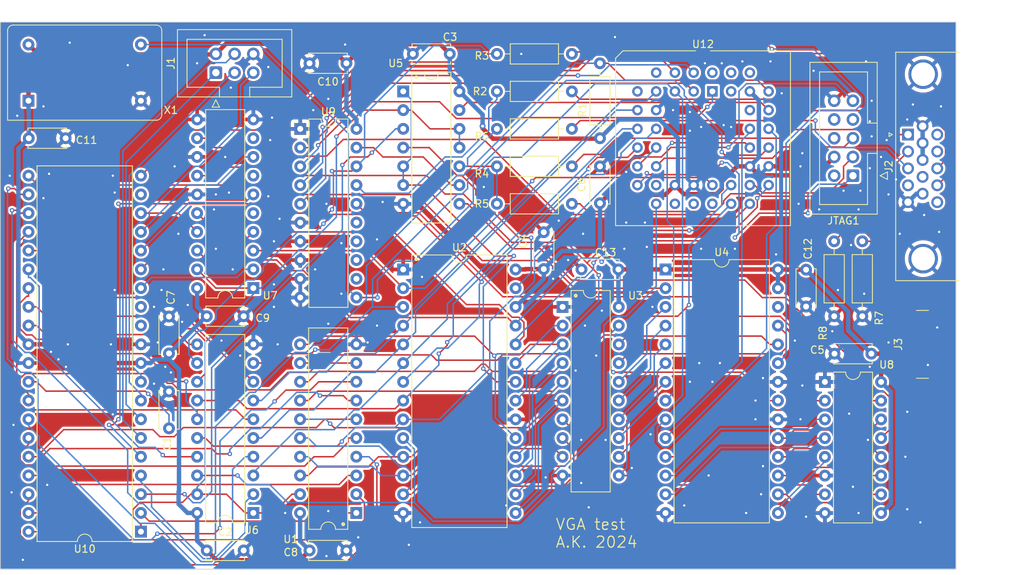
<source format=kicad_pcb>
(kicad_pcb (version 20240108) (generator "pcbnew") (generator_version "8.0")
  (layers (0 "F.Cu" signal) (31 "B.Cu" signal) (34 "B.Paste" user) (35 "F.Paste" user) (36 "B.SilkS" user "B.Silkscreen") (37 "F.SilkS" user "F.Silkscreen") (38 "B.Mask" user) (39 "F.Mask" user) (44 "Edge.Cuts" user))
  (net 0 "")
  (net 1 "Net-(U10-AREF)")
  (net 2 "GND")
  (net 3 "VCC")
  (net 4 "MISO")
  (net 5 "SCK")
  (net 6 "MOSI")
  (net 7 "{slash}ARST")
  (net 8 "Net-(J2-Pad1)")
  (net 9 "Net-(J2-Pad2)")
  (net 10 "Net-(J2-Pad3)")
  (net 15 "Net-(J2-Pad13)")
  (net 16 "Net-(J2-Pad14)")
  (net 19 "TDO")
  (net 20 "TMS")
  (net 24 "TDI")
  (net 25 "{slash}VRST")
  (net 26 "HSYNC_D")
  (net 27 "VSYNC_D")
  (net 28 "PIXEL")
  (net 29 "{slash}RD")
  (net 30 "Net-(U1-A0)")
  (net 31 "Net-(U1-A1)")
  (net 32 "Net-(U1-A2)")
  (net 33 "Net-(U1-A3)")
  (net 34 "Net-(U1-A4)")
  (net 35 "Net-(U1-A5)")
  (net 36 "Net-(U1-A6)")
  (net 37 "Net-(U1-A7)")
  (net 38 "Net-(U1-B7)")
  (net 39 "Net-(U1-B6)")
  (net 40 "Net-(U1-B5)")
  (net 41 "Net-(U1-B4)")
  (net 42 "Net-(U1-B3)")
  (net 43 "Net-(U1-B2)")
  (net 44 "Net-(U1-B1)")
  (net 45 "Net-(U1-B0)")
  (net 46 "{slash}CE")
  (net 47 "ROW8")
  (net 48 "ROW3")
  (net 49 "COL9")
  (net 50 "COL8")
  (net 51 "COL7")
  (net 52 "COL6")
  (net 53 "COL5")
  (net 54 "COL4")
  (net 55 "COL3")
  (net 56 "ROW6")
  (net 57 "Net-(U2-~{OE})")
  (net 58 "ROW7")
  (net 59 "ROW5")
  (net 60 "ROW4")
  (net 61 "Net-(U2-~{WR})")
  (net 62 "PCLK")
  (net 63 "Net-(U3-Q7)")
  (net 64 "Net-(U3-Q6)")
  (net 65 "Net-(U3-Q5)")
  (net 66 "Net-(U3-Q4)")
  (net 67 "Net-(U3-Q3)")
  (net 68 "Net-(U3-Q2)")
  (net 69 "Net-(U3-Q1)")
  (net 70 "Net-(U3-Q0)")
  (net 71 "ROW2")
  (net 72 "ROW1")
  (net 73 "ROW0")
  (net 74 "Net-(U4-D0)")
  (net 75 "Net-(U4-D1)")
  (net 76 "Net-(U4-D2)")
  (net 77 "Net-(U4-D3)")
  (net 78 "Net-(U4-D4)")
  (net 79 "Net-(U4-D5)")
  (net 80 "Net-(U4-D6)")
  (net 81 "Net-(U4-D7)")
  (net 83 "{slash}WR")
  (net 84 "Net-(U8-Qh)")
  (net 85 "{slash}BLANK_D")
  (net 86 "{slash}VOE")
  (net 87 "Net-(U10-PC0)")
  (net 88 "Net-(U10-PC1)")
  (net 89 "Net-(U10-PC2)")
  (net 90 "Net-(U10-PC3)")
  (net 91 "Net-(U10-PC7)")
  (net 92 "Net-(U10-PC6)")
  (net 93 "Net-(U10-PC5)")
  (net 94 "Net-(U10-PC4)")
  (net 95 "Net-(U10-PD0)")
  (net 96 "Net-(U10-PD1)")
  (net 98 "Net-(U10-PD2)")
  (net 100 "Net-(U10-PD3)")
  (net 102 "Net-(U10-PD4)")
  (net 103 "{slash}LOAD_D")
  (net 104 "{slash}BLANK")
  (net 105 "VSYNC")
  (net 106 "HSYNC")
  (net 107 "{slash}LOAD")
  (net 117 "TCK")
  (net 118 "COL2")
  (net 119 "COL1")
  (net 120 "COL0")
  (net 121 "ROW9")
  (net 127 "CSEL1")
  (net 128 "CSEL0")
  (net 129 "Net-(J3-CC1)")
  (net 130 "Net-(J3-CC2)")
  (footprint "Capacitor_THT:C_Disc_D5.0mm_W2.5mm_P5.00mm" (layer "F.Cu") (at 96.52 118.11)
    (property "Reference" "C8")
    (property "Value" "100n")
  )
  (footprint "Capacitor_THT:C_Disc_D5.0mm_W2.5mm_P5.00mm" (layer "F.Cu") (at 172.68 91.44 180)
    (property "Reference" "C5")
    (property "Value" "100n")
  )
  (footprint "PCM_Package_DIP_AKL:DIP-20_W7.62mm" (layer "F.Cu") (at 130.82 85.095)
    (property "Reference" "U3")
    (property "Value" "74HC574" (hide yes))
  )
  (footprint "Connector_IDC:IDC-Header_2x03_P2.54mm_Vertical" (layer "F.Cu") (at 83.82 53.34 90)
    (property "Reference" "J1")
    (property "Value" "Conn_02x03_Odd_Even")
  )
  (footprint "Connector_Dsub:DSUB-15-HD_Female_Horizontal_P2.29x1.98mm_EdgePinOffset3.03mm_Housed_MountingHolesOffset4.94mm" (layer "F.Cu") (at 177.65 61.74 90)
    (property "Reference" "J2")
    (property "Value" "DE15_Receptacle_HighDensity_MountingHoles")
  )
  (footprint "Capacitor_THT:C_Disc_D5.0mm_W2.5mm_P5.00mm" (layer "F.Cu") (at 82.59 118.11)
    (property "Reference" "C2")
    (property "Value" "100n")
  )
  (footprint "Resistor_THT:R_Axial_DIN0207_L6.3mm_D2.5mm_P10.16mm_Horizontal" (layer "F.Cu") (at 171.45 86.36 90)
    (property "Reference" "R7")
    (property "Value" "1K5")
  )
  (footprint "Oscillator:Oscillator_DIP-14" (layer "F.Cu") (at 58.42 57.15)
    (property "Reference" "X1")
    (property "Value" "ACO-25.175MHz-A")
  )
  (footprint "Resistor_THT:R_Axial_DIN0207_L6.3mm_D2.5mm_P10.16mm_Horizontal" (layer "F.Cu") (at 132.08 50.8 180)
    (property "Reference" "R3")
    (property "Value" "100R")
  )
  (footprint "Package_DIP:DIP-20_W7.62mm" (layer "F.Cu") (at 88.9 113.025 180)
    (property "Reference" "U6")
    (property "Value" "74AHC244")
  )
  (footprint "Capacitor_THT:C_Disc_D5.0mm_W2.5mm_P5.00mm" (layer "F.Cu") (at 163.83 80.05 -90)
    (property "Reference" "C12")
    (property "Value" "100n")
  )
  (footprint "Capacitor_THT:C_Disc_D5.0mm_W2.5mm_P5.00mm" (layer "F.Cu") (at 128.27 79.97 90)
    (property "Reference" "C4")
    (property "Value" "100n")
  )
  (footprint "PCM_Package_DIP_AKL:DIP-14_W7.62mm" (layer "F.Cu") (at 109.22 55.88)
    (property "Reference" "U5")
    (property "Value" "74HC02" (hide yes))
  )
  (footprint "Capacitor_THT:C_Disc_D5.0mm_W2.5mm_P5.00mm" (layer "F.Cu") (at 82.59 86.36)
    (property "Reference" "C9")
    (property "Value" "100n")
  )
  (footprint "Package_DIP:DIP-28_W15.24mm" (layer "F.Cu") (at 144.775 80.02)
    (property "Reference" "U4")
    (property "Value" "2764")
  )
  (footprint "Connector_IDC:IDC-Header_2x05_P2.54mm_Vertical" (layer "F.Cu") (at 170.18 67.31 180)
    (property "Reference" "JTAG1")
    (property "Value" "Conn_02x05_Odd_Even")
  )
  (footprint "Connector_USB:USB_C_Receptacle_GCT_USB4135-GF-A_6P_TopMnt_Horizontal" (layer "F.Cu") (at 180.8325 90.17 90)
    (property "Reference" "J3")
    (property "Value" "USB_C_Receptacle_PowerOnly_6P")
  )
  (footprint "Capacitor_THT:C_Disc_D5.0mm_W2.5mm_P5.00mm" (layer "F.Cu") (at 58.46 62.23)
    (property "Reference" "C11")
    (property "Value" "100n")
  )
  (footprint "Capacitor_THT:C_Disc_D5.0mm_W2.5mm_P5.00mm" (layer "F.Cu") (at 77.47 101.56 90)
    (property "Reference" "C1")
    (property "Value" "100n")
  )
  (footprint "Resistor_THT:R_Axial_DIN0207_L6.3mm_D2.5mm_P10.16mm_Horizontal" (layer "F.Cu") (at 121.92 71.12)
    (property "Reference" "R5")
    (property "Value" "470R")
  )
  (footprint "Resistor_THT:R_Axial_DIN0207_L6.3mm_D2.5mm_P10.16mm_Horizontal" (layer "F.Cu") (at 121.92 66.04)
    (property "Reference" "R4")
    (property "Value" "470R")
  )
  (footprint "Capacitor_THT:C_Disc_D5.0mm_W2.5mm_P5.00mm" (layer "F.Cu") (at 77.47 91.4 90)
    (property "Reference" "C7")
    (property "Value" "100n")
  )
  (footprint "Resistor_THT:R_Axial_DIN0207_L6.3mm_D2.5mm_P10.16mm_Horizontal" (layer "F.Cu") (at 167.64 86.36 90)
    (property "Reference" "R8")
    (property "Value" "1K5")
  )
  (footprint "Package_DIP:DIP-20_W7.62mm" (layer "F.Cu") (at 95.26 60.965)
    (property "Reference" "U9")
    (property "Value" "74HC574")
  )
  (footprint "Capacitor_THT:C_Disc_D5.0mm_W2.5mm_P5.00mm" (layer "F.Cu") (at 115.53 50.8 180)
    (property "Reference" "C3")
    (property "Value" "100n")
  )
  (footprint "Package_DIP:DIP-16_W7.62mm" (layer "F.Cu") (at 166.38 95.265)
    (property "Reference" "U8")
    (property "Value" "74HC166")
  )
  (footprint "Resistor_THT:R_Axial_DIN0207_L6.3mm_D2.5mm_P10.16mm_Horizontal" (layer "F.Cu") (at 132.08 55.88 180)
    (property "Reference" "R2")
    (property "Value" "100R")
  )
  (footprint "Package_DIP:DIP-40_W15.24mm" (layer "F.Cu") (at 73.665 115.565 180)
    (property "Reference" "U10")
    (property "Value" "ATmega16-16P")
  )
  (footprint "Package_DIP:DIP-20_W7.62mm" (layer "F.Cu") (at 88.9 82.545 180)
    (property "Reference" "U7")
    (property "Value" "74AHC244")
  )
  (footprint "Package_LCC:PLCC-44_THT-Socket" (layer "F.Cu") (at 151.13 55.88)
    (property "Reference" "U12")
    (property "Value" "XC9536PC44")
  )
  (footprint "Capacitor_THT:C_Disc_D5.0mm_W2.5mm_P5.00mm" (layer "F.Cu") (at 135.89 71.04 90)
    (property "Reference" "C6")
    (property "Value" "100n")
  )
  (footprint "Capacitor_THT:C_Disc_D5.0mm_W2.5mm_P5.00mm" (layer "F.Cu") (at 101.52 52.07 180)
    (property "Reference" "C10")
    (property "Value" "100n")
  )
  (footprint "Capacitor_THT:C_Disc_D5.0mm_W2.5mm_P5.00mm" (layer "F.Cu") (at 138.39 80.01 180)
    (property "Reference" "C13")
    (property "Value" "100n")
  )
  (footprint "Resistor_THT:R_Axial_DIN0207_L6.3mm_D2.5mm_P10.16mm_Horizontal" (layer "F.Cu") (at 135.89 62.23 90)
    (property "Reference" "R1")
    (property "Value" "10k")
  )
  (footprint "PCM_Package_DIP_AKL:DIP-20_W7.62mm" (layer "F.Cu") (at 102.86 113.025 180)
    (property "Reference" "U1")
    (property "Value" "74HC245" (hide yes))
  )
  (footprint "Resistor_THT:R_Axial_DIN0207_L6.3mm_D2.5mm_P10.16mm_Horizontal" (layer "F.Cu") (at 121.92 60.96)
    (property "Reference" "R6")
    (property "Value" "470R")
  )
  (footprint "PCM_Package_DIP_AKL:DIP-28_W15.24mm" (layer "F.Cu") (at 109.2145 80.02)
    (property "Reference" "U2")
    (property "Value" "6264" (hide yes))
  )
  (gr_line (start 54.61 120.65) (end 184.15 120.65) (stroke (width 0.1)) (layer "Edge.Cuts"))
  (gr_line (start 54.61 46.482) (end 54.61 120.65) (stroke (width 0.1)) (layer "Edge.Cuts"))
  (gr_line (start 184.15 46.482) (end 54.61 46.482) (stroke (width 0.1)) (layer "Edge.Cuts"))
  (gr_line (start 184.15 120.65) (end 184.15 46.482) (stroke (width 0.1)) (layer "Edge.Cuts"))
  (gr_text "VGA test\nA.K. 2024" (at 129.794 117.856 0) (layer "F.SilkS") (effects (font (size 1.5 1.5)) (justify left bottom)))
  (segment (start 60.7969 96.515) (end 59.5269 95.245) (width 0.2) (layer "F.Cu") (net 1))
  (segment (start 74.6386 96.8782) (end 74.2754 96.515) (width 0.2) (layer "F.Cu") (net 1))
  (segment (start 74.2754 96.515) (end 60.7969 96.515) (width 0.2) (layer "F.Cu") (net 1))
  (segment (start 58.425 95.245) (end 59.5269 95.245) (width 0.2) (layer "F.Cu") (net 1))
  (via (at 74.6386 96.8782) (size 0.6) (drill 0.3) (layers "F.Cu" "B.Cu") (net 1))
  (segment (start 77.47 99.7096) (end 74.6386 96.8782) (width 0.2) (layer "B.Cu") (net 1))
  (segment (start 77.47 101.56) (end 77.47 99.7096) (width 0.2) (layer "B.Cu") (net 1))
  (segment (start 158.75 66.04) (end 163.068 66.04) (width 0.6) (layer "F.Cu") (net 2))
  (via (at 169.672 99.568) (size 0.6) (drill 0.3) (layers "F.Cu" "B.Cu") (net 2))
  (via (at 57.658 119.38) (size 0.6) (drill 0.3) (layers "F.Cu" "B.Cu") (net 2))
  (via (at 152.4 52.07) (size 0.6) (drill 0.3) (layers "F.Cu" "B.Cu") (net 2))
  (via (at 157.988 94.742) (size 0.6) (drill 0.3) (layers "F.Cu" "B.Cu") (net 2))
  (via (at 91.694 82.042) (size 0.6) (drill 0.3) (layers "F.Cu" "B.Cu") (net 2))
  (via (at 92.202 90.17) (size 0.6) (drill 0.3) (layers "F.Cu" "B.Cu") (net 2))
  (via (at 150.114 52.07) (size 0.6) (drill 0.3) (layers "F.Cu" "B.Cu") (net 2))
  (via (at 139.446 66.802) (size 0.6) (drill 0.3) (layers "F.Cu" "B.Cu") (net 2))
  (via (at 170.942 113.03) (size 0.6) (drill 0.3) (layers "F.Cu" "B.Cu") (net 2))
  (via (at 168.148 82.804) (size 0.6) (drill 0.3) (layers "F.Cu" "B.Cu") (net 2))
  (via (at 61.468 91.186) (size 0.6) (drill 0.3) (layers "F.Cu" "B.Cu") (net 2))
  (via (at 176.53 75.184) (size 0.6) (drill 0.3) (layers "F.Cu" "B.Cu") (net 2))
  (via (at 162.814 71.12) (size 0.6) (drill 0.3) (layers "F.Cu" "B.Cu") (net 2))
  (via (at 101.346 49.53) (size 0.6) (drill 0.3) (layers "F.Cu" "B.Cu") (net 2))
  (via (at 172.466 59.944) (size 0.6) (drill 0.3) (layers "F.Cu" "B.Cu") (net 2))
  (via (at 80.01 84.836) (size 0.6) (drill 0.3) (layers "F.Cu" "B.Cu") (net 2))
  (via (at 154.178 77.216) (size 0.6) (drill 0.3) (layers "F.Cu" "B.Cu") (net 2))
  (via (at 173.99 64.77) (size 0.6) (drill 0.3) (layers "F.Cu" "B.Cu") (net 2))
  (via (at 133.35 108.966) (size 0.6) (drill 0.3) (layers "F.Cu" "B.Cu") (net 2))
  (via (at 171.958 51.816) (size 0.6) (drill 0.3) (layers "F.Cu" "B.Cu") (net 2))
  (via (at 179.832 72.644) (size 0.6) (drill 0.3) (layers "F.Cu" "B.Cu") (net 2))
  (via (at 98.806 118.872) (size 0.6) (drill 0.3) (layers "F.Cu" "B.Cu") (net 2))
  (via (at 91.694 85.09) (size 0.6) (drill 0.3) (layers "F.Cu" "B.Cu") (net 2))
  (via (at 169.926 76.708) (size 0.6) (drill 0.3) (layers "F.Cu" "B.Cu") (net 2))
  (via (at 69.85 67.31) (size 0.6) (drill 0.3) (layers "F.Cu" "B.Cu") (net 2))
  (via (at 105.664 75.946) (size 0.6) (drill 0.3) (layers "F.Cu" "B.Cu") (net 2))
  (via (at 171.704 83.312) (size 0.6) (drill 0.3) (layers "F.Cu" "B.Cu") (net 2))
  (via (at 84.582 89.662) (size 0.6) (drill 0.3) (layers "F.Cu" "B.Cu") (net 2))
  (via (at 70.104 69.596) (size 0.6) (drill 0.3) (layers "F.Cu" "B.Cu") (net 2))
  (via (at 85.852 55.372) (size 0.6) (drill 0.3) (layers "F.Cu" "B.Cu") (net 2))
  (via (at 83.82 69.85) (size 0.6) (drill 0.3) (layers "F.Cu" "B.Cu") (net 2))
  (via (at 69.596 90.17) (size 0.6) (drill 0.3) (layers "F.Cu" "B.Cu") (net 2))
  (via (at 172.72 61.976) (size 0.6) (drill 0.3) (layers "F.Cu" "B.Cu") (net 2))
  (via (at 92.456 73.152) (size 0.6) (drill 0.3) (layers "F.Cu" "B.Cu") (net 2))
  (via (at 149.606 77.216) (size 0.6) (drill 0.3) (layers "F.Cu" "B.Cu") (net 2))
  (via (at 150.622 107.95) (size 0.6) (drill 0.3) (layers "F.Cu" "B.Cu") (net 2))
  (via (at 97.282 80.01) (size 0.6) (drill 0.3) (layers "F.Cu" "B.Cu") (net 2))
  (via (at 174.752 62.484) (size 0.6) (drill 0.3) (layers "F.Cu" "B.Cu") (net 2))
  (via (at 63.5 93.218) (size 0.6) (drill 0.3) (layers "F.Cu" "B.Cu") (net 2))
  (via (at 103.124 116.332) (size 0.6) (drill 0.3) (layers "F.Cu" "B.Cu") (net 2))
  (via (at 162.306 89.662) (size 0.6) (drill 0.3) (layers "F.Cu" "B.Cu") (net 2))
  (via (at 129.54 81.28) (size 0.6) (drill 0.3) (layers "F.Cu" "B.Cu") (net 2))
  (via (at 135.382 91.694) (size 0.6) (drill 0.3) (layers "F.Cu" "B.Cu") (net 2))
  (via (at 125.222 50.8) (size 0.6) (drill 0.3) (layers "F.Cu" "B.Cu") (net 2))
  (via (at 75.946 89.916) (size 0.6) (drill 0.3) (layers "F.Cu" "B.Cu") (net 2))
  (via (at 142.24 76.962) (size 0.6) (drill 0.3) (layers "F.Cu" "B.Cu") (net 2))
  (via (at 136.144 85.598) (size 0.6) (drill 0.3) (layers "F.Cu" "B.Cu") (net 2))
  (via (at 64.008 49.276) (size 0.6) (drill 0.3) (layers "F.Cu" "B.Cu") (net 2))
  (via (at 85.598 69.596) (size 0.6) (drill 0.3) (layers "F.Cu" "B.Cu") (net 2))
  (via (at 79.248 87.122) (size 0.6) (drill 0.3) (layers "F.Cu" "B.Cu") (net 2))
  (via (at 99.06 56.896) (size 0.6) (drill 0.3) (layers "F.Cu" "B.Cu") (net 2))
  (via (at 111.76 81.026) (size 0.6) (drill 0.3) (layers "F.Cu" "B.Cu") (net 2))
  (via (at 148.082 58.674) (size 0.6) (drill 0.3) (layers "F.Cu" "B.Cu") (net 2))
  (via (at 131.572 78.74) (size 0.6) (drill 0.3) (layers "F.Cu" "B.Cu") (net 2))
  (via (at 147.32 112.014) (size 0.6) (drill 0.3) (layers "F.Cu" "B.Cu") (net 2))
  (via (at 157.734 110.49) (size 0.6) (drill 0.3) (layers "F.Cu" "B.Cu") (net 2))
  (via (at 111.506 114.3) (size 0.6) (drill 0.3) (layers "F.Cu" "B.Cu") (net 2))
  (via (at 167.386 88.392) (size 0.6) (drill 0.3) (layers "F.Cu" "B.Cu") (net 2))
  (via (at 172.466 93.218) (size 0.6) (drill 0.3) (layers "F.Cu" "B.Cu") (net 2))
  (via (at 99.06 112.776) (size 0.6) (drill 0.3) (layers "F.Cu" "B.Cu") (net 2))
  (via (at 136.652 103.124) (size 0.6) (drill 0.3) (layers "F.Cu" "B.Cu") (net 2))
  (via (at 149.606 60.706) (size 0.6) (drill 0.3) (layers "F.Cu" "B.Cu") (net 2))
  (via (at 181.61 87.884) (size 0.6) (drill 0.3) (layers "F.Cu" "B.Cu") (net 2))
  (via (at 163.322 64.262) (size 0.6) (drill 0.3) (layers "F.Cu" "B.Cu") (net 2))
  (via (at 180.34 92.964) (size 0.6) (drill 0.3) (layers "F.Cu" "B.Cu") (net 2))
  (via (at 163.068 100.33) (size 0.6) (drill 0.3) (layers "F.Cu" "B.Cu") (net 2))
  (via (at 76.962 93.218) (size 0.6) (drill 0.3) (layers "F.Cu" "B.Cu") (net 2))
  (via (at 145.796 58.42) (size 0.6) (drill 0.3) (layers "F.Cu" "B.Cu") (net 2))
  (via (at 156.972 97.79) (size 0.6) (drill 0.3) (layers "F.Cu" "B.Cu") (net 2))
  (via (at 93.218 113.03) (size 0.6) (drill 0.3) (layers "F.Cu" "B.Cu") (net 2))
  (via (at 133.35 103.124) (size 0.6) (drill 0.3) (layers "F.Cu" "B.Cu") (net 2))
  (via (at 139.192 77.216) (size 0.6) (drill 0.3) (layers "F.Cu" "B.Cu") (net 2))
  (via (at 82.296 48.26) (size 0.6) (drill 0.3) (layers "F.Cu" "B.Cu") (net 2))
  (via (at 91.694 76.2) (size 0.6) (drill 0.3) (layers "F.Cu" "B.Cu") (net 2))
  (via (at 98.806 71.12) (size 0.6) (drill 0.3) (layers "F.Cu" "B.Cu") (net 2))
  (via (at 75.438 95.504) (size 0.6) (drill 0.3) (layers "F.Cu" "B.Cu") (net 2))
  (via (at 81.28 52.07) (size 0.6) (drill 0.3) (layers "F.Cu" "B.Cu") (net 2))
  (via (at 148.082 61.214) (size 0.6) (drill 0.3) (layers "F.Cu" "B.Cu") (net 2))
  (via (at 141.986 73.66) (size 0.6) (drill 0.3) (layers "F.Cu" "B.Cu") (net 2))
  (via (at 137.922 48.514) (size 0.6) (drill 0.3) (layers "F.Cu" "B.Cu") (net 2))
  (via (at 152.146 92.71) (size 0.6) (drill 0.3) (layers "F.Cu" "B.Cu") (net 2))
  (via (at 168.91 69.342) (size 0.6) (drill 0.3) (layers "F.Cu" "B.Cu") (net 2))
  (via (at 177.546 59.69) (size 0.6) (drill 0.3) (layers "F.Cu" "B.Cu") (net 2))
  (via (at 60.96 109.22) (size 0.6) (drill 0.3) (layers "F.Cu" "B.Cu") (net 2))
  (via (at 163.83 113.538) (size 0.6) (drill 0.3) (layers "F.Cu" "B.Cu") (net 2))
  (via (at 142.748 102.362) (size 0.6) (drill 0.3) (layers "F.Cu" "B.Cu") (net 2))
  (via (at 86.106 80.01) (size 0.6) (drill 0.3) (layers "F.Cu" "B.Cu") (net 2))
  (via (at 155.194 51.816) (size 0.6) (drill 0.3) (layers "F.Cu" "B.Cu") (net 2))
  (via (at 97.028 58.42) (size 0.6) (drill 0.3) (layers "F.Cu" "B.Cu") (net 2))
  (via (at 60.452 57.912) (size 0.6) (drill 0.3) (layers "F.Cu" "B.Cu") (net 2))
  (via (at 109.982 117.348) (size 0.6) (drill 0.3) (layers "F.Cu" "B.Cu") (net 2))
  (via (at 106.426 70.866) (size 0.6) (drill 0.3) (layers "F.Cu" "B.Cu") (net 2))
  (via (at 91.44 59.436) (size 0.6) (drill 0.3) (layers "F.Cu" "B.Cu") (net 2))
  (via (at 172.212 103.124) (size 0.6) (drill 0.3) (layers "F.Cu" "B.Cu") (net 2))
  (via (at 172.466 66.294) (size 0.6) (drill 0.3) (layers "F.Cu" "B.Cu") (net 2))
  (via (at 140.208 106.934) (size 0.6) (drill 0.3) (layers "F.Cu" "B.Cu") (net 2))
  (via (at 165.608 71.882) (size 0.6) (drill 0.3) (layers "F.Cu" "B.Cu") (net 2))
  (via (at 120.142 68.834) (size 0.6) (drill 0.3) (layers "F.Cu" "B.Cu") (net 2))
  (via (at 129.286 77.216) (size 0.6) (drill 0.3) (layers "F.Cu" "B.Cu") (net 2))
  (via (at 128.524 108.204) (size 0.6) (drill 0.3) (layers "F.Cu" "B.Cu") (net 2))
  (via (at 148.082 95.25) (size 0.6) (drill 0.3) (layers "F.Cu" "B.Cu") (net 2))
  (via (at 63.754 90.17) (size 0.6) (drill 0.3) (layers "F.Cu" "B.Cu") (net 2))
  (via (at 70.104 82.804) (size 0.6) (drill 0.3) (layers "F.Cu" "B.Cu") (net 2))
  (via (at 170.18 109.474) (size 0.6) (drill 0.3) (layers "F.Cu" "B.Cu") (net 2))
  (via (at 177.546 112.522) (size 0.6) (drill 0.3) (layers "F.Cu" "B.Cu") (net 2))
  (via (at 100.838 83.312) (size 0.6) (drill 0.3) (layers "F.Cu" "B.Cu") (net 2))
  (via (at 156.972 100.33) (size 0.6) (drill 0.3) (layers "F.Cu" "B.Cu") (net 2))
  (via (at 55.88 67.31) (size 0.6) (drill 0.3) (layers "F.Cu" "B.Cu") (net 2))
  (via (at 181.864 74.93) (size 0.6) (drill 0.3) (layers "F.Cu" "B.Cu") (net 2))
  (via (at 178.308 57.658) (size 0.6) (drill 0.3) (layers "F.Cu" "B.Cu") (net 2))
  (via (at 163.322 95.758) (size 0.6) (drill 0.3) (layers "F.Cu" "B.Cu") (net 2))
  (via (at 123.19 112.014) (size 0.6) (drill 0.3) (layers "F.Cu" "B.Cu") (net 2))
  (via (at 78.232 66.04) (size 0.6) (drill 0.3) (layers "F.Cu" "B.Cu") (net 2))
  (via (at 75.438 85.09) (size 0.6) (drill 0.3) (layers "F.Cu" "B.Cu") (net 2))
  (via (at 132.588 93.726) (size 0.6) (drill 0.3) (layers "F.Cu" "B.Cu") (net 2))
  (via (at 176.022 67.818) (size 0.6) (drill 0.3) (layers "F.Cu" "B.Cu") (net 2))
  (via (at 149.352 92.71) (size 0.6) (drill 0.3) (layers "F.Cu" "B.Cu") (net 2))
  (via (at 172.72 57.15) (size 0.6) (drill 0.3) (layers "F.Cu" "B.Cu") (net 2))
  (via (at 56.896 59.182) (size 0.6) (drill 0.3) (layers "F.Cu" "B.Cu") (net 2))
  (via (at 163.068 66.04) (size 0.6) (drill 0.3) (layers "F.Cu" "B.Cu") (net 2))
  (via (at 171.196 69.342) (size 0.6) (drill 0.3) (layers "F.Cu" "B.Cu") (net 2))
  (via (at 105.664 87.63) (size 0.6) (drill 0.3) (layers "F.Cu" "B.Cu") (net 2))
  (via (at 61.214 67.056) (size 0.6) (drill 0.3) (layers "F.Cu" "B.Cu") (net 2))
  (via (at 76.454 82.804) (size 0.6) (drill 0.3) (layers "F.Cu" "B.Cu") (net 2))
  (via (at 69.85 99.658) (size 0.6) (drill 0.3) (layers "F.Cu" "B.Cu") (net 2))
  (via (at 77.724 93.98) (size 0.6) (drill 0.3) (layers "F.Cu" "B.Cu") (net 2))
  (via (at 78.74 75.184) (size 0.6) (drill 0.3) (layers "F.Cu" "B.Cu") (net 2))
  (via (at 175.006 89.916) (size 0.6) (drill 0.3) (layers "F.Cu" "B.Cu") (net 2))
  (via (at 90.932 70.104) (size 0.6) (drill 0.3) (layers "F.Cu" "B.Cu") (net 2))
  (via (at 100.838 76.454) (size 0.6) (drill 0.3) (layers "F.Cu" "B.Cu") (net 2))
  (via (at 177.546 99.314) (size 0.6) (drill 0.3) (layers "F.Cu" "B.Cu") (net 2))
  (via (at 71.882 52.324) (size 0.6) (drill 0.3) (layers "F.Cu" "B.Cu") (net 2))
  (via (at 56.388 101.092) (size 0.6) (drill 0.3) (layers "F.Cu" "B.Cu") (net 2))
  (via (at 179.324 114.3) (size 0.6) (drill 0.3) (layers "F.Cu" "B.Cu") (net 2))
  (via (at 143.002 85.09) (size 0.6) (drill 0.3) (layers "F.Cu" "B.Cu") (net 2))
  (via (at 182.118 57.912) (size 0.6) (drill 0.3) (layers "F.Cu" "B.Cu") (net 2))
  (via (at 159.004 51.816) (size 0.6) (drill 0.3) (layers "F.Cu" "B.Cu") (net 2))
  (via (at 99.06 87.376) (size 0.6) (drill 0.3) (layers "F.Cu" "B.Cu") (net 2))
  (via (at 133.858 87.63) (size 0.6) (drill 0.3) (layers "F.Cu" "B.Cu") (net 2))
  (via (at 90.932 52.578) (size 0.6) (drill 0.3) (layers "F.Cu" "B.Cu") (net 2))
  (via (at 170.942 71.882) (size 0.6) (drill 0.3) (layers "F.Cu" "B.Cu") (net 2))
  (via (at 62.484 92.202) (size 0.6) (drill 0.3) (layers "F.Cu" "B.Cu") (net 2))
  (via (at 153.67 60.706) (size 0.6) (drill 0.3) (layers "F.Cu" "B.Cu") (net 2))
  (via (at 83.82 77.216) (size 0.6) (drill 0.3) (layers "F.Cu" "B.Cu") (net 2))
  (via (at 76.708 80.01) (size 0.6) (drill 0.3) (layers "F.Cu" "B.Cu") (net 2))
  (via (at 87.122 91.694) (size 0.6) (drill 0.3) (layers "F.Cu" "B.Cu") (net 2))
  (via (at 91.186 62.484) (size 0.6) (drill 0.3) (layers "F.Cu" "B.Cu") (net 2))
  (via (at 130.302 73.406) (size 0.6) (drill 0.3) (layers "F.Cu" "B.Cu") (net 2))
  (via (at 159.766 77.978) (size 0.6) (drill 0.3) (layers "F.Cu" "B.Cu") (net 2))
  (via (at 83.566 71.882) (size 0.6) (drill 0.3) (layers "F.Cu" "B.Cu") (net 2))
  (via (at 133.604 75.184) (size 0.6) (drill 0.3) (layers "F.Cu" "B.Cu") (net 2))
  (via (at 139.446 73.66) (size 0.6) (drill 0.3) (layers "F.Cu" "B.Cu") (net 2))
  (via (at 104.394 89.916) (size 0.6) (drill 0.3) (layers "F.Cu" "B.Cu") (net 2))
  (via (at 134.366 112.268) (size 0.6) (drill 0.3) (layers "F.Cu" "B.Cu") (net 2))
  (via (at 164.846 53.086) (size 0.6) (drill 0.3) (layers "F.Cu" "B.Cu") (net 2))
  (via (at 56.134 110.236) (size 0.6) (drill 0.3) (layers "F.Cu" "B.Cu") (net 2))
  (via (at 85.09 64.77) (size 0.6) (drill 0.3) (layers "F.Cu" "B.Cu") (net 2))
  (via (at 151.13 95.25) (size 0.6) (drill 0.3) (layers "F.Cu" "B.Cu") (net 2))
  (via (at 160.528 56.134) (size 0.6) (drill 0.3) (layers "F.Cu" "B.Cu") (net 2))
  (via (at 157.988 106.68) (size 0.6) (drill 0.3) (layers "F.Cu" "B.Cu") (net 2))
  (via (at 175.006 69.85) (size 0.6) (drill 0.3) (layers "F.Cu" "B.Cu") (net 2))
  (via (at 177.292 105.41) (size 0.6) (drill 0.3) (layers "F.Cu" "B.Cu") (net 2))
  (via (at 155.702 113.03) (size 0.6) (drill 0.3) (layers "F.Cu" "B.Cu") (net 2))
  (via (at 60.452 70.358) (size 0.6) (drill 0.3) (layers "F.Cu" "B.Cu") (net 2))
  (via (at 152.654 60.452) (size 0.6) (drill 0.3) (layers "F.Cu" "B.Cu") (net 2))
  (segment (start 177.65 70.9) (end 178.795 69.755) (width 0.6) (layer "B.Cu") (net 2))
  (segment (start 178.795 69.755) (end 179.63 69.755) (width 0.6) (layer "B.Cu") (net 2))
  (segment (start 179.63 62.885) (end 179.63 60.595) (width 0.6) (layer "B.Cu") (net 2))
  (segment (start 179.63 65.175) (end 179.63 62.885) (width 0.6) (layer "B.Cu") (net 2))
  (segment (start 144.7231 69.9069) (end 146.05 68.58) (width 0.6) (layer "F.Cu") (net 3))
  (segment (start 138.39 80.01) (end 143.4631 80.01) (width 0.6) (layer "F.Cu") (net 3))
  (segment (start 176.53 88.9) (end 176.78 88.65) (width 0.6) (layer "F.Cu") (net 3))
  (segment (start 114.2093 49.4793) (end 115.53 50.8) (width 0.6) (layer "F.Cu") (net 3))
  (segment (start 119.9801 60.59) (end 119.9801 60.8841) (width 0.6) (layer "F.Cu") (net 3))
  (segment (start 104.1107 49.4793) (end 114.2093 49.4793) (width 0.6) (layer "F.Cu") (net 3))
  (segment (start 58.42 57.15) (end 58.42 55.8481) (width 0.6) (layer "F.Cu") (net 3))
  (segment (start 174 93.9631) (end 174 91.44) (width 0.6) (layer "F.Cu") (net 3))
  (segment (start 152.4 68.1151) (end 154.4751 66.04) (width 0.6) (layer "F.Cu") (net 3))
  (segment (start 176.3411 91.44) (end 176.276 91.3749) (width 0.6) (layer "F.Cu") (net 3))
  (segment (start 58.42 49.53) (end 59.7643 50.8743) (width 0.6) (layer "F.Cu") (net 3))
  (segment (start 119.9801 60.8841) (end 121.3858 62.2898) (width 0.6) (layer "F.Cu") (net 3))
  (segment (start 165.149 67.261) (end 157.431 67.261) (width 0.6) (layer "F.Cu") (net 3))
  (segment (start 98.8695 49.4195) (end 101.52 52.07) (width 0.6) (layer "F.Cu") (net 3))
  (segment (start 83.82 50.8) (end 85.2005 49.4195) (width 0.6) (layer "F.Cu") (net 3))
  (segment (start 137.0231 69.9069) (end 144.7231 69.9069) (width 0.6) (layer "F.Cu") (net 3))
  (segment (start 176.78 88.65) (end 177.8 88.65) (width 0.6) (layer "F.Cu") (net 3))
  (segment (start 143.4631 80.01) (end 143.4731 80.02) (width 0.6) (layer "F.Cu") (net 3))
  (segment (start 58.425 90.165) (end 61.717 90.165) (width 0.6) (layer "F.Cu") (net 3))
  (segment (start 160.666 80.02) (end 160.015 80.02) (width 0.6) (layer "F.Cu") (net 3))
  (segment (start 157.431 67.261) (end 156.21 66.04) (width 0.6) (layer "F.Cu") (net 3))
  (segment (start 95.2068 119.4232) (end 83.9032 119.4232) (width 0.6) (layer "F.Cu") (net 3))
  (segment (start 163.83 80.05) (end 161.3469 80.05) (width 0.6) (layer "F.Cu") (net 3))
  (segment (start 176.6136 91.44) (end 176.3411 91.44) (width 0.6) (layer "F.Cu") (net 3))
  (segment (start 85.2005 49.4195) (end 98.8695 49.4195) (width 0.6) (layer "F.Cu") (net 3))
  (segment (start 176.8636 91.69) (end 176.6136 91.44) (width 0.6) (layer "F.Cu") (net 3))
  (segment (start 167.64 64.77) (end 165.149 67.261) (width 0.6) (layer "F.Cu") (net 3))
  (segment (start 160.015 80.02) (end 144.775 80.02) (width 0.6) (layer "F.Cu") (net 3))
  (segment (start 147.2698 69.7998) (end 151.6753 69.7998) (width 0.6) (layer "F.Cu") (net 3))
  (segment (start 176.53 91.1209) (end 176.53 88.9) (width 0.6) (layer "F.Cu") (net 3))
  (segment (start 59.7643 50.8743) (end 83.7457 50.8743) (width 0.6) (layer "F.Cu") (net 3))
  (segment (start 172.68 91.44) (end 174 91.44) (width 0.6) (layer "F.Cu") (net 3))
  (segment (start 152.4 69.0751) (end 152.4 68.1151) (width 0.6) (layer "F.Cu") (net 3))
  (segment (start 151.6753 69.7998) (end 152.4 69.0751) (width 0.6) (layer "F.Cu") (net 3))
  (segment (start 135.89 71.04) (end 137.0231 69.9069) (width 0.6) (layer "F.Cu") (net 3))
  (segment (start 161.3469 80.05) (end 161.3169 80.02) (width 0.6) (layer "F.Cu") (net 3))
  (segment (start 176.276 91.3749) (end 176.53 91.1209) (width 0.6) (layer "F.Cu") (net 3))
  (segment (start 124.4545 80.02) (end 125.7564 80.02) (width 0.6) (layer "F.Cu") (net 3))
  (segment (start 101.52 52.07) (end 104.1107 49.4793) (width 0.6) (layer "F.Cu") (net 3))
  (segment (start 59.7643 54.5038) (end 59.7643 50.8743) (width 0.6) (layer "F.Cu") (net 3))
  (segment (start 96.52 118.11) (end 95.2068 119.4232) (width 0.6) (layer "F.Cu") (net 3))
  (segment (start 83.9032 119.4232) (end 82.59 118.11) (width 0.6) (layer "F.Cu") (net 3))
  (segment (start 160.666 80.02) (end 161.3169 80.02) (width 0.6) (layer "F.Cu") (net 3))
  (segment (start 58.42 55.8481) (end 59.7643 54.5038) (width 0.6) (layer "F.Cu") (net 3))
  (segment (start 154.4751 66.04) (end 156.21 66.04) (width 0.6) (layer "F.Cu") (net 3))
  (segment (start 125.8064 79.97) (end 125.7564 80.02) (width 0.6) (layer "F.Cu") (net 3))
  (segment (start 128.27 79.97) (end 125.8064 79.97) (width 0.6) (layer "F.Cu") (net 3))
  (segment (start 61.717 90.165) (end 64.257 92.705) (width 0.6) (layer "F.Cu") (net 3))
  (segment (start 121.3858 62.2898) (end 135.8302 62.2898) (width 0.6) (layer "F.Cu") (net 3))
  (segment (start 144.775 80.02) (end 143.4731 80.02) (width 0.6) (layer "F.Cu") (net 3))
  (segment (start 83.7457 50.8743) (end 83.82 50.8) (width 0.6) (layer "F.Cu") (net 3))
  (segment (start 146.05 68.58) (end 147.2698 69.7998) (width 0.6) (layer "F.Cu") (net 3))
  (segment (start 174 95.265) (end 174 93.9631) (width 0.6) (layer "F.Cu") (net 3))
  (segment (start 174 91.44) (end 176.6136 91.44) (width 0.6) (layer "F.Cu") (net 3))
  (segment (start 135.8302 62.2898) (end 135.89 62.23) (width 0.6) (layer "F.Cu") (net 3))
  (segment (start 64.257 92.705) (end 73.665 92.705) (width 0.6) (layer "F.Cu") (net 3))
  (segment (start 177.8 91.69) (end 176.8636 91.69) (width 0.6) (layer "F.Cu") (net 3))
  (via (at 119.9801 60.59) (size 0.8) (drill 0.4) (layers "F.Cu" "B.Cu") (net 3))
  (segment (start 78.8261 110.0856) (end 78.7688 110.1429) (width 0.6) (layer "B.Cu") (net 3))
  (segment (start 73.665 92.705) (end 74.9669 92.705) (width 0.6) (layer "B.Cu") (net 3))
  (segment (start 174 95.265) (end 175.3138 96.5788) (width 0.6) (layer "B.Cu") (net 3))
  (segment (start 96.52 118.11) (end 95.24 116.83) (width 0.6) (layer "B.Cu") (net 3))
  (segment (start 78.7688 110.1429) (end 78.7688 111.8157) (width 0.6) (layer "B.Cu") (net 3))
  (segment (start 102.88 60.965) (end 102.88 59.6631) (width 0.6) (layer "B.Cu") (net 3))
  (segment (start 58.425 90.165) (end 57.0581 88.7981) (width 0.6) (layer "B.Cu") (net 3))
  (segment (start 169.545 88.305) (end 172.68 91.44) (width 0.6) (layer "B.Cu") (net 3))
  (segment (start 146.467 68.163) (end 146.467 62.2002) (width 0.6) (layer "B.Cu") (net 3))
  (segment (start 74.9669 92.705) (end 75.4556 92.2163) (width 0.6) (layer "B.Cu") (net 3))
  (segment (start 163.83 80.05) (end 169.545 85.765) (width 0.6) (layer "B.Cu") (net 3))
  (segment (start 82.59 86.36) (end 82.55 86.32) (width 0.6) (layer "B.Cu") (net 3))
  (segment (start 138.43 59.69) (end 135.89 62.23) (width 0.6) (layer "B.Cu") (net 3))
  (segment (start 115.53 53.2681) (end 116.84 54.5781) (width 0.6) (layer "B.Cu") (net 3))
  (segment (start 81.28 113.025) (end 79.9781 113.025) (width 0.6) (layer "B.Cu") (net 3))
  (segment (start 119.9801 59.0201) (end 119.9801 60.59) (width 0.6) (layer "B.Cu") (net 3))
  (segment (start 138.44 83.7931) (end 138.39 83.7431) (width 0.6) (layer "B.Cu") (net 3))
  (segment (start 135.89 71.04) (end 135.89 77.51) (width 0.6) (layer "B.Cu") (net 3))
  (segment (start 58.46 58.4919) (end 58.42 58.4519) (width 0.6) (layer "B.Cu") (net 3))
  (segment (start 115.53 50.8) (end 115.53 53.2681) (width 0.6) (layer "B.Cu") (net 3))
  (segment (start 156.21 55.88) (end 157.431 57.101) (width 0.6) (layer "B.Cu") (net 3))
  (segment (start 128.27 79.97) (end 128.27 81.2845) (width 0.6) (layer "B.Cu") (net 3))
  (segment (start 143.9568 59.69) (end 138.43 59.69) (width 0.6) (layer "B.Cu") (net 3))
  (segment (start 75.4556 92.2163) (end 77.47 92.2163) (width 0.6) (layer "B.Cu") (net 3))
  (segment (start 157.431 57.101) (end 157.431 64.819) (width 0.6) (layer "B.Cu") (net 3))
  (segment (start 175.3138 96.5788) (end 175.3138 111.7312) (width 0.6) (layer "B.Cu") (net 3))
  (segment (start 101.52 52.07) (end 101.52 58.3031) (width 0.6) (layer "B.Cu") (net 3))
  (segment (start 128.27 81.2845) (end 124.4545 85.1) (width 0.6) (layer "B.Cu") (net 3))
  (segment (start 81.28 116.8) (end 81.28 113.025) (width 0.6) (layer "B.Cu") (net 3))
  (segment (start 82.59 118.11) (end 81.28 116.8) (width 0.6) (layer "B.Cu") (net 3))
  (segment (start 157.431 64.819) (end 156.21 66.04) (width 0.6) (layer "B.Cu") (net 3))
  (segment (start 138.44 85.095) (end 138.44 83.7931) (width 0.6) (layer "B.Cu") (net 3))
  (segment (start 116.84 55.88) (end 116.84 54.5781) (width 0.6) (layer "B.Cu") (net 3))
  (segment (start 169.545 85.765) (end 169.545 88.305) (width 0.6) (layer "B.Cu") (net 3))
  (segment (start 78.8261 93.5724) (end 78.8261 110.0856) (width 0.6) (layer "B.Cu") (net 3))
  (segment (start 130.73 77.51) (end 128.27 79.97) (width 0.6) (layer "B.Cu") (net 3))
  (segment (start 77.47 92.2163) (end 77.47 91.4) (width 0.6) (layer "B.Cu") (net 3))
  (segment (start 82.55 86.32) (end 77.47 91.4) (width 0.6) (layer "B.Cu") (net 3))
  (segment (start 77.47 92.2163) (end 78.8261 93.5724) (width 0.6) (layer "B.Cu") (net 3))
  (segment (start 58.46 62.23) (end 58.46 58.4919) (width 0.6) (layer "B.Cu") (net 3))
  (segment (start 57.0581 63.6319) (end 58.46 62.23) (width 0.6) (layer "B.Cu") (net 3))
  (segment (start 175.3138 111.7312) (end 174 113.045) (width 0.6) (layer "B.Cu") (net 3))
  (segment (start 81.28 82.545) (end 81.28 83.8469) (width 0.6) (layer "B.Cu") (net 3))
  (segment (start 146.05 68.58) (end 146.467 68.163) (width 0.6) (layer "B.Cu") (net 3))
  (segment (start 135.89 77.51) (end 130.73 77.51) (width 0.6) (layer "B.Cu") (net 3))
  (segment (start 135.89 77.51) (end 138.39 80.01) (width 0.6) (layer "B.Cu") (net 3))
  (segment (start 138.39 83.7431) (end 138.39 80.01) (width 0.6) (layer "B.Cu") (net 3))
  (segment (start 116.84 55.88) (end 119.9801 59.0201) (width 0.6) (layer "B.Cu") (net 3))
  (segment (start 95.24 116.83) (end 95.24 113.025) (width 0.6) (layer "B.Cu") (net 3))
  (segment (start 101.52 58.3031) (end 102.88 59.6631) (width 0.6) (layer "B.Cu") (net 3))
  (segment (start 82.55 86.32) (end 81.28 85.05) (width 0.6) (layer "B.Cu") (net 3))
  (segment (start 160.015 80.02) (end 160.015 82.56) (width 0.6) (layer "B.Cu") (net 3))
  (segment (start 146.467 62.2002) (end 143.9568 59.69) (width 0.6) (layer "B.Cu") (net 3))
  (segment (start 58.42 57.15) (end 58.42 58.4519) (width 0.6) (layer "B.Cu") (net 3))
  (segment (start 81.28 85.05) (end 81.28 83.8469) (width 0.6) (layer "B.Cu") (net 3))
  (segment (start 78.7688 111.8157) (end 79.9781 113.025) (width 0.6) (layer "B.Cu") (net 3))
  (segment (start 57.0581 88.7981) (end 57.0581 63.6319) (width 0.6) (layer "B.Cu") (net 3))
  (segment (start 71.6521 98.3121) (end 71.6521 65.5079) (width 0.2) (layer "B.Cu") (net 4))
  (segment (start 73.665 100.325) (end 71.6521 98.3121) (width 0.2) (layer "B.Cu") (net 4))
  (segment (start 71.6521 65.5079) (end 83.82 53.34) (width 0.2) (layer "B.Cu") (net 4))
  (segment (start 72.0881 67.2793) (end 86.0274 53.34) (width 0.2) (layer "B.Cu") (net 5))
  (segment (start 72.0881 95.3346) (end 72.0881 67.2793) (width 0.2) (layer "B.Cu") (net 5))
  (segment (start 73.665 97.785) (end 73.665 96.9115) (width 0.2) (layer "B.Cu") (net 5))
  (segment (start 86.0274 53.34) (end 86.36 53.34) (width 0.2) (layer "B.Cu") (net 5))
  (segment (start 73.665 96.9115) (end 72.0881 95.3346) (width 0.2) (layer "B.Cu") (net 5))
  (segment (start 85.1785 51.9815) (end 86.36 50.8) (width 0.2) (layer "B.Cu") (net 6))
  (segment (start 73.665 102.865) (end 71.216 100.416) (width 0.2) (layer "B.Cu") (net 6))
  (segment (start 71.216 100.416) (end 71.216 63.951) (width 0.2) (layer "B.Cu") (net 6))
  (segment (start 83.1855 51.9815) (end 85.1785 51.9815) (width 0.2) (layer "B.Cu") (net 6))
  (segment (start 71.216 63.951) (end 83.1855 51.9815) (width 0.2) (layer "B.Cu") (net 6))
  (segment (start 81.5721 66.035) (end 87.1709 60.4362) (width 0.2) (layer "B.Cu") (net 7))
  (segment (start 87.1709 55.0691) (end 88.9 53.34) (width 0.2) (layer "B.Cu") (net 7))
  (segment (start 87.1709 60.4362) (end 87.1709 55.0691) (width 0.2) (layer "B.Cu") (net 7))
  (segment (start 73.665 94.1431) (end 73.4366 94.1431) (width 0.2) (layer "B.Cu") (net 7))
  (segment (start 73.3735 73.655) (end 74.0026 73.655) (width 0.2) (layer "B.Cu") (net 7))
  (segment (start 74.7971 72.2008) (end 80.9629 66.035) (width 0.2) (layer "B.Cu") (net 7))
  (segment (start 73.665 95.245) (end 73.665 94.1431) (width 0.2) (layer "B.Cu") (net 7))
  (segment (start 80.9629 66.035) (end 81.5721 66.035) (width 0.2) (layer "B.Cu") (net 7))
  (segment (start 72.5261 93.2326) (end 72.5261 74.5024) (width 0.2) (layer "B.Cu") (net 7))
  (segment (start 74.0026 73.655) (end 74.7971 72.8605) (width 0.2) (layer "B.Cu") (net 7))
  (segment (start 73.4366 94.1431) (end 72.5261 93.2326) (width 0.2) (layer "B.Cu") (net 7))
  (segment (start 72.5261 74.5024) (end 73.3735 73.655) (width 0.2) (layer "B.Cu") (net 7))
  (segment (start 74.7971 72.8605) (end 74.7971 72.2008) (width 0.2) (layer "B.Cu") (net 7))
  (segment (start 176.5481 61.74) (end 175.8656 61.0575) (width 0.2) (layer "F.Cu") (net 8))
  (segment (start 175.8656 61.0575) (end 162.0566 61.0575) (width 0.2) (layer "F.Cu") (net 8))
  (segment (start 138.1487 62.227) (end 135.9502 64.4255) (width 0.2) (layer "F.Cu") (net 8))
  (segment (start 162.0566 61.0575) (end 160.8871 62.227) (width 0.2) (layer "F.Cu") (net 8))
  (segment (start 160.8871 62.227) (end 138.1487 62.227) (width 0.2) (layer "F.Cu") (net 8))
  (segment (start 135.9502 64.4255) (end 133.6945 64.4255) (width 0.2) (layer "F.Cu") (net 8))
  (segment (start 177.65 61.74) (end 176.5481 61.74) (width 0.2) (layer "F.Cu") (net 8))
  (segment (start 133.6945 64.4255) (end 132.08 66.04) (width 0.2) (layer "F.Cu") (net 8))
  (segment (start 152.6569 71.0375) (end 151.5316 72.1628) (width 0.2) (layer "F.Cu") (net 9))
  (segment (start 134.2247 72.1628) (end 133.1819 71.12) (width 0.2) (layer "F.Cu") (net 9))
  (segment (start 171.5815 70.0985) (end 157.7913 70.0985) (width 0.2) (layer "F.Cu") (net 9))
  (segment (start 151.5316 72.1628) (end 134.2247 72.1628) (width 0.2) (layer "F.Cu") (net 9))
  (segment (start 177.65 64.03) (end 171.5815 70.0985) (width 0.2) (layer "F.Cu") (net 9))
  (segment (start 152.6569 70.7004) (end 152.6569 71.0375) (width 0.2) (layer "F.Cu") (net 9))
  (segment (start 157.7913 70.0985) (end 157.4527 69.7599) (width 0.2) (layer "F.Cu") (net 9))
  (segment (start 132.08 71.12) (end 133.1819 71.12) (width 0.2) (layer "F.Cu") (net 9))
  (segment (start 157.4527 69.7599) (end 153.5974 69.7599) (width 0.2) (layer "F.Cu") (net 9))
  (segment (start 153.5974 69.7599) (end 152.6569 70.7004) (width 0.2) (layer "F.Cu") (net 9))
  (segment (start 165.0867 59.8369) (end 165.0895 59.8341) (width 0.2) (layer "F.Cu") (net 10))
  (segment (start 133.2031 59.8369) (end 165.0867 59.8369) (width 0.2) (layer "F.Cu") (net 10))
  (segment (start 132.08 60.96) (end 133.2031 59.8369) (width 0.2) (layer "F.Cu") (net 10))
  (via (at 165.0895 59.8341) (size 0.6) (drill 0.3) (layers "F.Cu" "B.Cu") (net 10))
  (segment (start 174.83 63.5) (end 167.2679 63.5) (width 0.2) (layer "B.Cu") (net 10))
  (segment (start 167.2679 63.5) (end 165.0895 61.3216) (width 0.2) (layer "B.Cu") (net 10))
  (segment (start 165.0895 61.3216) (end 165.0895 59.8341) (width 0.2) (layer "B.Cu") (net 10))
  (segment (start 177.65 66.32) (end 174.83 63.5) (width 0.2) (layer "B.Cu") (net 10))
  (segment (start 160.8606 56.9421) (end 162.4059 58.4874) (width 0.2) (layer "F.Cu") (net 15))
  (segment (start 133.1421 56.9421) (end 160.8606 56.9421) (width 0.2) (layer "F.Cu") (net 15))
  (segment (start 162.4059 58.4874) (end 179.9567 58.4874) (width 0.2) (layer "F.Cu") (net 15))
  (segment (start 182.7367 65.1933) (end 181.61 66.32) (width 0.2) (layer "F.Cu") (net 15))
  (segment (start 182.7367 61.2674) (end 182.7367 65.1933) (width 0.2) (layer "F.Cu") (net 15))
  (segment (start 132.08 55.88) (end 133.1421 56.9421) (width 0.2) (layer "F.Cu") (net 15))
  (segment (start 179.9567 58.4874) (end 182.7367 61.2674) (width 0.2) (layer "F.Cu") (net 15))
  (segment (start 181.61 68.61) (end 183.1881 67.0319) (width 0.2) (layer "F.Cu") (net 16))
  (segment (start 183.1881 61.1407) (end 172.7964 50.749) (width 0.2) (layer "F.Cu") (net 16))
  (segment (start 183.1881 67.0319) (end 183.1881 61.1407) (width 0.2) (layer "F.Cu") (net 16))
  (segment (start 145.6013 50.5321) (end 132.3479 50.5321) (width 0.2) (layer "F.Cu") (net 16))
  (segment (start 172.7964 50.749) (end 145.8182 50.749) (width 0.2) (layer "F.Cu") (net 16))
  (segment (start 132.3479 50.5321) (end 132.08 50.8) (width 0.2) (layer "F.Cu") (net 16))
  (segment (start 145.8182 50.749) (end 145.6013 50.5321) (width 0.2) (layer "F.Cu") (net 16))
  (segment (start 157.9052 69.6441) (end 156.8411 68.58) (width 0.2) (layer "F.Cu") (net 19))
  (segment (start 168.91 67.6691) (end 166.935 69.6441) (width 0.2) (layer "F.Cu") (net 19))
  (segment (start 168.91 66.04) (end 168.91 67.6691) (width 0.2) (layer "F.Cu") (net 19))
  (segment (start 166.935 69.6441) (end 157.9052 69.6441) (width 0.2) (layer "F.Cu") (net 19))
  (segment (start 156.8411 68.58) (end 156.21 68.58) (width 0.2) (layer "F.Cu") (net 19))
  (segment (start 170.18 64.77) (end 168.91 66.04) (width 0.2) (layer "F.Cu") (net 19))
  (segment (start 160.7874 63.4122) (end 168.9978 63.4122) (width 0.2) (layer "F.Cu") (net 20))
  (segment (start 143.512 66.04) (end 144.6138 64.9382) (width 0.2) (layer "F.Cu") (net 20))
  (segment (start 159.2614 64.9382) (end 160.7874 63.4122) (width 0.2) (layer "F.Cu") (net 20))
  (segment (start 144.6138 64.9382) (end 159.2614 64.9382) (width 0.2) (layer "F.Cu") (net 20))
  (segment (start 168.9978 63.4122) (end 170.18 62.23) (width 0.2) (layer "F.Cu") (net 20))
  (segment (start 143.51 66.04) (end 143.512 66.04) (width 0.2) (layer "F.Cu") (net 20))
  (segment (start 142.24 64.77) (end 140.97 66.04) (width 0.2) (layer "F.Cu") (net 24))
  (segment (start 145.5105 63.4732) (end 144.2137 64.77) (width 0.2) (layer "F.Cu") (net 24))
  (segment (start 144.2137 64.77) (end 142.24 64.77) (width 0.2) (layer "F.Cu") (net 24))
  (segment (start 153.2915 63.4732) (end 145.5105 63.4732) (width 0.2) (layer "F.Cu") (net 24))
  (via (at 153.2915 63.4732) (size 0.6) (drill 0.3) (layers "F.Cu" "B.Cu") (net 24))
  (segment (start 154.7399 62.0248) (end 153.2915 63.4732) (width 0.2) (layer "B.Cu") (net 24))
  (segment (start 170.18 57.15) (end 167.8649 54.8349) (width 0.2) (layer "B.Cu") (net 24))
  (segment (start 155.7607 54.8349) (end 154.7399 55.8557) (width 0.2) (layer "B.Cu") (net 24))
  (segment (start 167.8649 54.8349) (end 155.7607 54.8349) (width 0.2) (layer "B.Cu") (net 24))
  (segment (start 154.7399 55.8557) (end 154.7399 62.0248) (width 0.2) (layer "B.Cu") (net 24))
  (segment (start 139.2825 54.3606) (end 136.9919 52.07) (width 0.2) (layer "F.Cu") (net 25))
  (segment (start 157.2306 54.3606) (end 139.2825 54.3606) (width 0.2) (layer "F.Cu") (net 25))
  (segment (start 135.89 52.07) (end 136.9919 52.07) (width 0.2) (layer "F.Cu") (net 25))
  (segment (start 158.75 55.88) (end 157.2306 54.3606) (width 0.2) (layer "F.Cu") (net 25))
  (segment (start 83.7707 118.5013) (end 83.0595 119.2125) (width 0.2) (layer "B.Cu") (net 25))
  (segment (start 117.4332 67.247) (end 116.5441 67.247) (width 0.2) (layer "B.Cu") (net 25))
  (segment (start 96.0562 91.2669) (end 94.5515 91.2669) (width 0.2) (layer "B.Cu") (net 25))
  (segment (start 88.3993 96.6739) (end 83.7707 101.3025) (width 0.2) (layer "B.Cu") (net 25))
  (segment (start 82.1079 119.2125) (end 75.1046 112.2092) (width 0.2) (layer "B.Cu") (net 25))
  (segment (start 94.5515 91.2669) (end 89.1445 96.6739) (width 0.2) (layer "B.Cu") (net 25))
  (segment (start 132.6102 52.07) (end 117.4332 67.247) (width 0.2) (layer "B.Cu") (net 25))
  (segment (start 135.89 52.07) (end 132.6102 52.07) (width 0.2) (layer "B.Cu") (net 25))
  (segment (start 83.7707 101.3025) (end 83.7707 118.5013) (width 0.2) (layer "B.Cu") (net 25))
  (segment (start 116.5441 67.247) (end 104.2304 79.5607) (width 0.2) (layer "B.Cu") (net 25))
  (segment (start 83.0595 119.2125) (end 82.1079 119.2125) (width 0.2) (layer "B.Cu") (net 25))
  (segment (start 97.0375 90.2856) (end 96.0562 91.2669) (width 0.2) (layer "B.Cu") (net 25))
  (segment (start 89.1445 96.6739) (end 88.3993 96.6739) (width 0.2) (layer "B.Cu") (net 25))
  (segment (start 73.665 108.8186) (end 73.665 107.945) (width 0.2) (layer "B.Cu") (net 25))
  (segment (start 75.1046 112.2092) (end 75.1046 110.2582) (width 0.2) (layer "B.Cu") (net 25))
  (segment (start 75.1046 110.2582) (end 73.665 108.8186) (width 0.2) (layer "B.Cu") (net 25))
  (segment (start 104.2304 79.5607) (end 104.2304 84.0661) (width 0.2) (layer "B.Cu") (net 25))
  (segment (start 104.2304 84.0661) (end 98.0109 90.2856) (width 0.2) (layer "B.Cu") (net 25))
  (segment (start 98.0109 90.2856) (end 97.0375 90.2856) (width 0.2) (layer "B.Cu") (net 25))
  (segment (start 109.9831 69.6868) (end 114.8999 64.77) (width 0.2) (layer "B.Cu") (net 26))
  (segment (start 121.92 56.9819) (end 121.92 55.88) (width 0.2) (layer "B.Cu") (net 26))
  (segment (start 103.9818 69.6868) (end 109.9831 69.6868) (width 0.2) (layer "B.Cu") (net 26))
  (segment (start 117.1943 64.77) (end 120.8181 61.1462) (width 0.2) (layer "B.Cu") (net 26))
  (segment (start 120.8181 58.0838) (end 121.92 56.9819) (width 0.2) (layer "B.Cu") (net 26))
  (segment (start 120.8181 61.1462) (end 120.8181 58.0838) (width 0.2) (layer "B.Cu") (net 26))
  (segment (start 102.88 68.585) (end 103.9818 69.6868) (width 0.2) (layer "B.Cu") (net 26))
  (segment (start 114.8999 64.77) (end 117.1943 64.77) (width 0.2) (layer "B.Cu") (net 26))
  (segment (start 99.054 72.39) (end 99.562 71.882) (width 0.2) (layer "F.Cu") (net 27))
  (segment (start 99.562 66.6833) (end 102.2417 66.6833) (width 0.2) (layer "F.Cu") (net 27))
  (segment (start 92.964 72.39) (end 97.79 72.39) (width 0.2) (layer "F.Cu") (net 27))
  (segment (start 70.616 71.12) (end 91.694 71.12) (width 0.2) (layer "F.Cu") (net 27))
  (segment (start 70.612 100.33) (end 69.85 101.092) (width 0.2) (layer "F.Cu") (net 27))
  (segment (start 69.85 101.092) (end 69.342 101.092) (width 0.2) (layer "F.Cu") (net 27))
  (segment (start 97.79 72.39) (end 99.054 72.39) (width 0.2) (layer "F.Cu") (net 27))
  (segment (start 102.2417 66.6833) (end 102.88 66.045) (width 0.2) (layer "F.Cu") (net 27))
  (segment (start 92.456 71.882) (end 92.964 72.39) (width 0.2) (layer "F.Cu") (net 27))
  (segment (start 91.694 71.12) (end 92.456 71.882) (width 0.2) (layer "F.Cu") (net 27))
  (via (at 99.562 66.6833) (size 0.6) (drill 0.3) (layers "F.Cu" "B.Cu") (net 27))
  (via (at 70.616 71.12) (size 0.6) (drill 0.3) (layers "F.Cu" "B.Cu") (net 27))
  (via (at 99.562 71.882) (size 0.6) (drill 0.3) (layers "F.Cu" "B.Cu") (net 27))
  (via (at 70.612 100.33) (size 0.6) (drill 0.3) (layers "F.Cu" "B.Cu") (net 27))
  (via (at 69.342 101.092) (size 0.6) (drill 0.3) (layers "F.Cu" "B.Cu") (net 27))
  (segment (start 99.762 66.8833) (end 99.562 66.6833) (width 0.2) (layer "B.Cu") (net 27))
  (segment (start 99.562 71.882) (end 99.762 71.682) (width 0.2) (layer "B.Cu") (net 27))
  (segment (start 70.816 100.126) (end 70.816 97.028) (width 0.2) (layer "B.Cu") (net 27))
  (segment (start 69.352 101.092) (end 69.342 101.092) (width 0.2) (layer "B.Cu") (net 27))
  (segment (start 99.762 71.682) (end 99.762 68.58) (width 0.2) (layer "B.Cu") (net 27))
  (segment (start 113.3274 49.6927) (end 119.7108 49.6927) (width 0.2) (layer "B.Cu") (net 27))
  (segment (start 119.7108 49.6927) (end 120.8181 50.8) (width 0.2) (layer "B.Cu") (net 27))
  (segment (start 102.88 66.045) (end 103.9819 64.9431) (width 0.2) (layer "B.Cu") (net 27))
  (segment (start 103.9819 64.9431) (end 103.9819 59.0382) (width 0.2) (layer "B.Cu") (net 27))
  (segment (start 120.8181 50.8) (end 121.92 50.8) (width 0.2) (layer "B.Cu") (net 27))
  (segment (start 103.9819 59.0382) (end 113.3274 49.6927) (width 0.2) (layer "B.Cu") (net 27))
  (segment (start 99.762 68.58) (end 99.762 66.8833) (width 0.2) (layer "B.Cu") (net 27))
  (segment (start 70.816 97.028) (end 70.816 71.32) (width 0.2) (layer "B.Cu") (net 27))
  (segment (start 70.612 100.33) (end 70.816 100.126) (width 0.2) (layer "B.Cu") (net 27))
  (segment (start 70.816 71.32) (end 70.616 71.12) (width 0.2) (layer "B.Cu") (net 27))
  (segment (start 73.665 105.405) (end 69.352 101.092) (width 0.2) (layer "B.Cu") (net 27))
  (segment (start 116.84 66.04) (end 121.92 66.04) (width 0.2) (layer "F.Cu") (net 28))
  (segment (start 117.9419 64.9381) (end 121.92 60.96) (width 0.2) (layer "B.Cu") (net 28))
  (segment (start 117.9419 66.04) (end 117.9419 64.9381) (width 0.2) (layer "B.Cu") (net 28))
  (segment (start 116.84 66.04) (end 117.9419 66.04) (width 0.2) (layer "B.Cu") (net 28))
  (segment (start 121.92 71.12) (end 121.92 66.04) (width 0.2) (layer "B.Cu") (net 28))
  (segment (start 102.86 113.025) (end 101.7581 113.025) (width 0.2) (layer "F.Cu") (net 29))
  (segment (start 101.7581 113.025) (end 100.6467 114.1364) (width 0.2) (layer "F.Cu") (net 29))
  (segment (start 74.7764 114.1364) (end 73.665 113.025) (width 0.2) (layer "F.Cu") (net 29))
  (segment (start 100.6467 114.1364) (end 74.7764 114.1364) (width 0.2) (layer "F.Cu") (net 29))
  (segment (start 103.96 113.9536) (end 103.96 111.585) (width 0.2) (layer "F.Cu") (net 30))
  (segment (start 60.6288 116.6669) (end 59.5269 115.565) (width 0.2) (layer "F.Cu") (net 30))
  (segment (start 103.96 111.585) (end 102.86 110.485) (width 0.2) (layer "F.Cu") (net 30))
  (segment (start 103.96 113.9536) (end 101.2467 116.6669) (width 0.2) (layer "F.Cu") (net 30))
  (segment (start 59.5269 115.565) (end 58.425 115.565) (width 0.2) (layer "F.Cu") (net 30))
  (segment (start 101.2467 116.6669) (end 60.6288 116.6669) (width 0.2) (layer "F.Cu") (net 30))
  (segment (start 58.425 113.025) (end 59.5269 113.025) (width 0.2) (layer "F.Cu") (net 31))
  (segment (start 102.86 107.945) (end 101.7581 107.945) (width 0.2) (layer "F.Cu") (net 31))
  (segment (start 63.3863 109.1656) (end 100.5375 109.1656) (width 0.2) (layer "F.Cu") (net 31))
  (segment (start 59.5269 113.025) (end 63.3863 109.1656) (width 0.2) (layer "F.Cu") (net 31))
  (segment (start 100.5375 109.1656) (end 101.7581 107.945) (width 0.2) (layer "F.Cu") (net 31))
  (segment (start 57.3139 116.024) (end 57.3139 112.4696) (width 0.2) (layer "F.Cu") (net 32))
  (segment (start 105.6502 115.5599) (end 101.1564 120.0537) (width 0.2) (layer "F.Cu") (net 32))
  (segment (start 57.3139 112.4696) (end 58.425 111.3585) (width 0.2) (layer "F.Cu") (net 32))
  (segment (start 101.1564 120.0537) (end 61.3436 120.0537) (width 0.2) (layer "F.Cu") (net 32))
  (segment (start 105.6502 106.4735) (end 105.6502 115.5599) (width 0.2) (layer "F.Cu") (net 32))
  (segment (start 61.3436 120.0537) (end 57.3139 116.024) (width 0.2) (layer "F.Cu") (net 32))
  (segment (start 58.425 111.3585) (end 58.425 110.485) (width 0.2) (layer "F.Cu") (net 32))
  (via (at 105.6502 106.4735) (size 0.6) (drill 0.3) (layers "F.Cu" "B.Cu") (net 32))
  (segment (start 104.5817 105.405) (end 105.6502 106.4735) (width 0.2) (layer "B.Cu") (net 32))
  (segment (start 102.86 105.405) (end 104.5817 105.405) (width 0.2) (layer "B.Cu") (net 32))
  (segment (start 95.8499 106.675) (end 97.1199 105.405) (width 0.2) (layer "F.Cu") (net 33))
  (segment (start 60.7969 106.675) (end 95.8499 106.675) (width 0.2) (layer "F.Cu") (net 33))
  (segment (start 99.769 105.405) (end 101.7581 103.4159) (width 0.2) (layer "F.Cu") (net 33))
  (segment (start 102.86 102.865) (end 101.7581 102.865) (width 0.2) (layer "F.Cu") (net 33))
  (segment (start 97.1199 105.405) (end 99.769 105.405) (width 0.2) (layer "F.Cu") (net 33))
  (segment (start 101.7581 103.4159) (end 101.7581 102.865) (width 0.2) (layer "F.Cu") (net 33))
  (segment (start 58.425 107.945) (end 59.5269 107.945) (width 0.2) (layer "F.Cu") (net 33))
  (segment (start 59.5269 107.945) (end 60.7969 106.675) (width 0.2) (layer "F.Cu") (net 33))
  (segment (start 78.1774 102.6849) (end 76.2283 102.6849) (width 0.2) (layer "F.Cu") (net 34))
  (segment (start 75.2746 101.7312) (end 63.2007 101.7312) (width 0.2) (layer "F.Cu") (net 34))
  (segment (start 76.2283 102.6849) (end 75.2746 101.7312) (width 0.2) (layer "F.Cu") (net 34))
  (segment (start 98.5777 100.325) (end 97.4494 101.4533) (width 0.2) (layer "F.Cu") (net 34))
  (segment (start 97.4494 101.4533) (end 79.409 101.4533) (width 0.2) (layer "F.Cu") (net 34))
  (segment (start 58.425 105.405) (end 59.5269 105.405) (width 0.2) (layer "F.Cu") (net 34))
  (segment (start 102.86 100.325) (end 98.5777 100.325) (width 0.2) (layer "F.Cu") (net 34))
  (segment (start 63.2007 101.7312) (end 59.5269 105.405) (width 0.2) (layer "F.Cu") (net 34))
  (segment (start 79.409 101.4533) (end 78.1774 102.6849) (width 0.2) (layer "F.Cu") (net 34))
  (segment (start 61.3288 104.3014) (end 59.1114 106.5188) (width 0.2) (layer "F.Cu") (net 35))
  (segment (start 85.7125 105.0224) (end 83.979 105.0224) (width 0.2) (layer "F.Cu") (net 35))
  (segment (start 58.425 103.627) (end 58.425 102.865) (width 0.2) (layer "F.Cu") (net 35))
  (segment (start 57.2947 104.8688) (end 58.42 103.7435) (width 0.2) (layer "F.Cu") (net 35))
  (segment (start 58.42 103.632) (end 58.425 103.627) (width 0.2) (layer "F.Cu") (net 35))
  (segment (start 83.979 105.0224) (end 83.258 104.3014) (width 0.2) (layer "F.Cu") (net 35))
  (segment (start 57.2947 105.8383) (end 57.2947 104.8688) (width 0.2) (layer "F.Cu") (net 35))
  (segment (start 101.7581 97.785) (end 101.0984 97.1253) (width 0.2) (layer "F.Cu") (net 35))
  (segment (start 101.0984 97.1253) (end 97.9407 97.1253) (width 0.2) (layer "F.Cu") (net 35))
  (segment (start 59.1114 106.5188) (end 57.9752 106.5188) (width 0.2) (layer "F.Cu") (net 35))
  (segment (start 102.86 97.785) (end 101.7581 97.785) (width 0.2) (layer "F.Cu") (net 35))
  (segment (start 57.9752 106.5188) (end 57.2947 105.8383) (width 0.2) (layer "F.Cu") (net 35))
  (segment (start 58.42 103.7435) (end 58.42 103.632) (width 0.2) (layer "F.Cu") (net 35))
  (segment (start 83.258 104.3014) (end 61.3288 104.3014) (width 0.2) (layer "F.Cu") (net 35))
  (via (at 85.7125 105.0224) (size 0.6) (drill 0.3) (layers "F.Cu" "B.Cu") (net 35))
  (via (at 97.9407 97.1253) (size 0.6) (drill 0.3) (layers "F.Cu" "B.Cu") (net 35))
  (segment (start 85.7125 104.436) (end 85.7125 105.0224) (width 0.2) (layer "B.Cu") (net 35))
  (segment (start 88.5535 101.595) (end 85.7125 104.436) (width 0.2) (layer "B.Cu") (net 35))
  (segment (start 89.8511 101.595) (end 88.5535 101.595) (width 0.2) (layer "B.Cu") (net 35))
  (segment (start 94.7785 96.6676) (end 89.8511 101.595) (width 0.2) (layer "B.Cu") (net 35))
  (segment (start 97.9407 97.1253) (end 97.483 96.6676) (width 0.2) (layer "B.Cu") (net 35))
  (segment (start 97.483 96.6676) (end 94.7785 96.6676) (width 0.2) (layer "B.Cu") (net 35))
  (segment (start 96.628 96.3733) (end 97.7563 95.245) (width 0.2) (layer "F.Cu") (net 36))
  (segment (start 84.3793 115.062) (end 83.6018 115.8395) (width 0.2) (layer "F.Cu") (net 36))
  (segment (start 91.7818 97.9063) (end 93.3148 96.3733) (width 0.2) (layer "F.Cu") (net 36))
  (segment (start 93.3148 96.3733) (end 96.628 96.3733) (width 0.2) (layer "F.Cu") (net 36))
  (segment (start 97.7563 95.245) (end 101.7581 95.245) (width 0.2) (layer "F.Cu") (net 36))
  (segment (start 102.86 95.245) (end 101.7581 95.245) (width 0.2) (layer "F.Cu") (net 36))
  (segment (start 83.6018 115.8395) (end 75.8891 115.8395) (width 0.2) (layer "F.Cu") (net 36))
  (via (at 84.3793 115.062) (size 0.6) (drill 0.3) (layers "F.Cu" "B.Cu") (net 36))
  (via (at 91.7818 97.9063) (size 0.6) (drill 0.3) (layers "F.Cu" "B.Cu") (net 36))
  (via (at 75.8891 115.8395) (size 0.6) (drill 0.3) (layers "F.Cu" "B.Cu") (net 36))
  (segment (start 75.0617 116.6669) (end 72.7182 116.6669) (width 0.2) (layer "B.Cu") (net 36))
  (segment (start 84.3793 115.062) (end 84.3793 103.2722) (width 0.2) (layer "B.Cu") (net 36))
  (segment (start 72.7182 116.6669) (end 59.8646 103.8133) (width 0.2) (layer "B.Cu") (net 36))
  (segment (start 75.8891 115.8395) (end 75.0617 116.6669) (width 0.2) (layer "B.Cu") (net 36))
  (segment (start 58.425 101.1986) (end 58.425 100.325) (width 0.2) (layer "B.Cu") (net 36))
  (segment (start 59.8646 103.8133) (end 59.8646 102.6382) (width 0.2) (layer "B.Cu") (net 36))
  (segment (start 90.6331 99.055) (end 91.7818 97.9063) (width 0.2) (layer "B.Cu") (net 36))
  (segment (start 84.3793 103.2722) (end 88.5965 99.055) (width 0.2) (layer "B.Cu") (net 36))
  (segment (start 59.8646 102.6382) (end 58.425 101.1986) (width 0.2) (layer "B.Cu") (net 36))
  (segment (start 88.5965 99.055) (end 90.6331 99.055) (width 0.2) (layer "B.Cu") (net 36))
  (segment (start 91.2024 96.3474) (end 93.5748 93.975) (width 0.2) (layer "F.Cu") (net 37))
  (segment (start 58.425 96.9115) (end 57.2947 95.7812) (width 0.2) (layer "F.Cu") (net 37))
  (segment (start 75.929729 94.1312) (end 77.258529 95.46) (width 0.2) (layer "F.Cu") (net 37))
  (segment (start 58.425 97.785) (end 58.425 96.9115) (width 0.2) (layer "F.Cu") (net 37))
  (segment (start 57.2947 95.7812) (end 57.2947 94.8117) (width 0.2) (layer "F.Cu") (net 37))
  (segment (start 97.7563 92.705) (end 102.86 92.705) (width 0.2) (layer "F.Cu") (net 37))
  (segment (start 78.813035 96.3474) (end 91.2024 96.3474) (width 0.2) (layer "F.Cu") (net 37))
  (segment (start 77.258529 95.46) (end 77.925635 95.46) (width 0.2) (layer "F.Cu") (net 37))
  (segment (start 57.2947 94.8117) (end 57.9752 94.1312) (width 0.2) (layer "F.Cu") (net 37))
  (segment (start 57.9752 94.1312) (end 75.929729 94.1312) (width 0.2) (layer "F.Cu") (net 37))
  (segment (start 96.4863 93.975) (end 97.7563 92.705) (width 0.2) (layer "F.Cu") (net 37))
  (segment (start 77.925635 95.46) (end 78.813035 96.3474) (width 0.2) (layer "F.Cu") (net 37))
  (segment (start 93.5748 93.975) (end 96.4863 93.975) (width 0.2) (layer "F.Cu") (net 37))
  (segment (start 118.8983 89.0609) (end 121.5493 91.7119) (width 0.2) (layer "F.Cu") (net 38))
  (segment (start 97.446 89.0609) (end 118.8983 89.0609) (width 0.2) (layer "F.Cu") (net 38))
  (segment (start 96.3419 90.165) (end 97.446 89.0609) (width 0.2) (layer "F.Cu") (net 38))
  (segment (start 95.24 90.165) (end 96.3419 90.165) (width 0.2) (layer "F.Cu") (net 38))
  (via (at 121.5493 91.7119) (size 0.6) (drill 0.3) (layers "F.Cu" "B.Cu") (net 38))
  (segment (start 130.82 87.635) (end 129.7181 87.635) (width 0.2) (layer "B.Cu") (net 38))
  (segment (start 124.4545 102.8645) (end 121.7018 100.1118) (width 0.2) (layer "B.Cu") (net 38))
  (segment (start 125.9031 91.45) (end 129.7181 87.635) (width 0.2) (layer "B.Cu") (net 38))
  (segment (start 124.4545 102.88) (end 124.4545 102.8645) (width 0.2) (layer "B.Cu") (net 38))
  (segment (start 121.5493 91.7119) (end 121.7018 91.7119) (width 0.2) (layer "B.Cu") (net 38))
  (segment (start 121.7018 91.7119) (end 121.9637 91.45) (width 0.2) (layer "B.Cu") (net 38))
  (segment (start 121.9637 91.45) (end 125.9031 91.45) (width 0.2) (layer "B.Cu") (net 38))
  (segment (start 121.7018 100.1118) (end 121.7018 91.7119) (width 0.2) (layer "B.Cu") (net 38))
  (segment (start 97.4438 91.6031) (end 113.0266 91.6031) (width 0.2) (layer "F.Cu") (net 39))
  (segment (start 126.4245 90.175) (end 130.82 90.175) (width 0.2) (layer "F.Cu") (net 39))
  (segment (start 121.9416 92.3179) (end 122.6679 91.5916) (width 0.2) (layer "F.Cu") (net 39))
  (segment (start 113.7414 92.3179) (end 121.9416 92.3179) (width 0.2) (layer "F.Cu") (net 39))
  (segment (start 125.0079 91.5916) (end 126.4245 90.175) (width 0.2) (layer "F.Cu") (net 39))
  (segment (start 122.6679 91.5916) (end 125.0079 91.5916) (width 0.2) (layer "F.Cu") (net 39))
  (segment (start 96.3419 92.705) (end 97.4438 91.6031) (width 0.2) (layer "F.Cu") (net 39))
  (segment (start 95.24 92.705) (end 96.3419 92.705) (width 0.2) (layer "F.Cu") (net 39))
  (segment (start 113.0266 91.6031) (end 113.7414 92.3179) (width 0.2) (layer "F.Cu") (net 39))
  (segment (start 130.805 90.175) (end 130.82 90.175) (width 0.2) (layer "B.Cu") (net 39))
  (segment (start 124.4545 105.42) (end 126.3418 103.5327) (width 0.2) (layer "B.Cu") (net 39))
  (segment (start 126.3418 103.5327) (end 126.3418 94.6382) (width 0.2) (layer "B.Cu") (net 39))
  (segment (start 126.3418 94.6382) (end 130.805 90.175) (width 0.2) (layer "B.Cu") (net 39))
  (segment (start 118.8669 93.8332) (end 119.8307 92.8694) (width 0.2) (layer "F.Cu") (net 40))
  (segment (start 119.8307 92.8694) (end 120.3292 92.8694) (width 0.2) (layer "F.Cu") (net 40))
  (segment (start 121.2931 93.8333) (end 129.6867 93.8333) (width 0.2) (layer "F.Cu") (net 40))
  (segment (start 129.6867 93.8333) (end 130.805 92.715) (width 0.2) (layer "F.Cu") (net 40))
  (segment (start 130.805 92.715) (end 130.82 92.715) (width 0.2) (layer "F.Cu") (net 40))
  (segment (start 97.7536 93.8333) (end 118.8669 93.8333) (width 0.2) (layer "F.Cu") (net 40))
  (segment (start 120.3292 92.8694) (end 121.2931 93.8333) (width 0.2) (layer "F.Cu") (net 40))
  (segment (start 95.24 95.245) (end 96.3419 95.245) (width 0.2) (layer "F.Cu") (net 40))
  (segment (start 96.3419 95.245) (end 97.7536 93.8333) (width 0.2) (layer "F.Cu") (net 40))
  (segment (start 118.8669 93.8333) (end 118.8669 93.8332) (width 0.2) (layer "F.Cu") (net 40))
  (segment (start 130.805 92.715) (end 126.7418 96.7782) (width 0.2) (layer "B.Cu") (net 40))
  (segment (start 126.7418 105.6682) (end 124.4545 107.9555) (width 0.2) (layer "B.Cu") (net 40))
  (segment (start 126.7418 96.7782) (end 126.7418 105.6682) (width 0.2) (layer "B.Cu") (net 40))
  (segment (start 130.82 92.715) (end 130.805 92.715) (width 0.2) (layer "B.Cu") (net 40))
  (segment (start 124.4545 107.9555) (end 124.4545 107.96) (width 0.2) (layer "B.Cu") (net 40))
  (segment (start 130.805 95.255) (end 129.5366 96.5234) (width 0.2) (layer "F.Cu") (net 41))
  (segment (start 129.5366 96.5234) (end 97.6035 96.5234) (width 0.2) (layer "F.Cu") (net 41))
  (segment (start 96.3419 97.785) (end 95.24 97.785) (width 0.2) (layer "F.Cu") (net 41))
  (segment (start 97.6035 96.5234) (end 96.3419 97.785) (width 0.2) (layer "F.Cu") (net 41))
  (segment (start 130.82 95.255) (end 130.805 95.255) (width 0.2) (layer "F.Cu") (net 41))
  (segment (start 130.82 95.255) (end 127.1418 98.9332) (width 0.2) (layer "B.Cu") (net 41))
  (segment (start 124.4545 110.4955) (end 124.4545 110.5) (width 0.2) (layer "B.Cu") (net 41))
  (segment (start 127.1418 98.9332) (end 127.1418 107.8082) (width 0.2) (layer "B.Cu") (net 41))
  (segment (start 127.1418 107.8082) (end 124.4545 110.4955) (width 0.2) (layer "B.Cu") (net 41))
  (segment (start 129.7181 97.795) (end 130.82 97.795) (width 0.2) (layer "F.Cu") (net 42))
  (segment (start 126.047 101.4661) (end 129.7181 97.795) (width 0.2) (layer "F.Cu") (net 42))
  (segment (start 99.314 100.925) (end 99.8551 101.4661) (width 0.2) (layer "F.Cu") (net 42))
  (segment (start 99.8551 101.4661) (end 126.047 101.4661) (width 0.2) (layer "F.Cu") (net 42))
  (via (at 99.314 100.925) (size 0.6) (drill 0.3) (layers "F.Cu" "B.Cu") (net 42))
  (segment (start 127.5418 109.9527) (end 127.5418 101.0732) (width 0.2) (layer "B.Cu") (net 42))
  (segment (start 127.5418 101.0732) (end 130.82 97.795) (width 0.2) (layer "B.Cu") (net 42))
  (segment (start 124.4545 113.04) (end 127.5418 109.9527) (width 0.2) (layer "B.Cu") (net 42))
  (segment (start 98.714 100.325) (end 95.24 100.325) (width 0.2) (layer "B.Cu") (net 42))
  (segment (start 99.314 100.925) (end 98.714 100.325) (width 0.2) (layer "B.Cu") (net 42))
  (segment (start 110.3164 110.5) (end 111.4183 109.3981) (width 0.2) (layer "F.Cu") (net 43))
  (segment (start 111.4183 109.3981) (end 130.9621 109.3981) (width 0.2) (layer "F.Cu") (net 43))
  (segment (start 132.3364 101.8514) (end 130.82 100.335) (width 0.2) (layer "F.Cu") (net 43))
  (segment (start 132.3364 108.0238) (end 132.3364 101.8514) (width 0.2) (layer "F.Cu") (net 43))
  (segment (start 130.9621 109.3981) (end 132.3364 108.0238) (width 0.2) (layer "F.Cu") (net 43))
  (segment (start 109.2145 110.5) (end 110.3164 110.5) (width 0.2) (layer "F.Cu") (net 43))
  (segment (start 97.4438 103.9669) (end 105.9507 103.9669) (width 0.2) (layer "B.Cu") (net 43))
  (segment (start 96.3419 102.865) (end 97.4438 103.9669) (width 0.2) (layer "B.Cu") (net 43))
  (segment (start 108.6738 106.69) (end 109.5114 106.69) (width 0.2) (layer "B.Cu") (net 43))
  (segment (start 110.322 109.3925) (end 109.2145 110.5) (width 0.2) (layer "B.Cu") (net 43))
  (segment (start 95.24 102.865) (end 96.3419 102.865) (width 0.2) (layer "B.Cu") (net 43))
  (segment (start 109.5114 106.69) (end 110.322 107.5006) (width 0.2) (layer "B.Cu") (net 43))
  (segment (start 110.322 107.5006) (end 110.322 109.3925) (width 0.2) (layer "B.Cu") (net 43))
  (segment (start 105.9507 103.9669) (end 108.6738 106.69) (width 0.2) (layer "B.Cu") (net 43))
  (segment (start 110.3164 107.96) (end 109.2145 107.96) (width 0.2) (layer "F.Cu") (net 44))
  (segment (start 131.9283 103.9833) (end 131.9283 105.8745) (width 0.2) (layer "F.Cu") (net 44))
  (segment (start 130.82 102.875) (end 131.9283 103.9833) (width 0.2) (layer "F.Cu") (net 44))
  (segment (start 131.9283 105.8745) (end 131.1178 106.685) (width 0.2) (layer "F.Cu") (net 44))
  (segment (start 111.5914 106.685) (end 110.3164 107.96) (width 0.2) (layer "F.Cu") (net 44))
  (segment (start 131.1178 106.685) (end 111.5914 106.685) (width 0.2) (layer "F.Cu") (net 44))
  (segment (start 96.3419 105.405) (end 97.6184 106.6815) (width 0.2) (layer "B.Cu") (net 44))
  (segment (start 106.2856 107.96) (end 108.1126 107.96) (width 0.2) (layer "B.Cu") (net 44))
  (segment (start 105.0071 106.6815) (end 106.2856 107.96) (width 0.2) (layer "B.Cu") (net 44))
  (segment (start 97.6184 106.6815) (end 105.0071 106.6815) (width 0.2) (layer "B.Cu") (net 44))
  (segment (start 109.2145 107.96) (end 108.1126 107.96) (width 0.2) (layer "B.Cu") (net 44))
  (segment (start 95.24 105.405) (end 96.3419 105.405) (width 0.2) (layer "B.Cu") (net 44))
  (segment (start 109.2145 105.42) (end 110.3164 105.42) (width 0.2) (layer "F.Cu") (net 45))
  (segment (start 111.4232 104.3132) (end 129.7182 104.3132) (width 0.2) (layer "F.Cu") (net 45))
  (segment (start 95.24 107.945) (end 96.3419 107.945) (width 0.2) (layer "F.Cu") (net 45))
  (segment (start 104.4906 106.782) (end 97.5049 106.782) (width 0.2) (layer "F.Cu") (net 45))
  (segment (start 108.6636 105.42) (end 108.1126 105.42) (width 0.2) (layer "F.Cu") (net 45))
  (segment (start 108.6636 105.42) (end 109.2145 105.42) (width 0.2) (layer "F.Cu") (net 45))
  (segment (start 97.5049 106.782) (end 96.3419 107.945) (width 0.2) (layer "F.Cu") (net 45))
  (segment (start 129.7182 104.3132) (end 130.82 105.415) (width 0.2) (layer "F.Cu") (net 45))
  (segment (start 108.1126 105.42) (end 105.8526 105.42) (width 0.2) (layer "F.Cu") (net 45))
  (segment (start 105.8526 105.42) (end 104.4906 106.782) (width 0.2) (layer "F.Cu") (net 45))
  (segment (start 110.3164 105.42) (end 111.4232 104.3132) (width 0.2) (layer "F.Cu") (net 45))
  (segment (start 87.7981 113.025) (end 85.2581 110.485) (width 0.2) (layer "F.Cu") (net 46))
  (segment (start 72.5631 113.4991) (end 72.5631 112.5671) (width 0.2) (layer "F.Cu") (net 46))
  (segment (start 116.84 60.96) (end 115.7381 60.96) (width 0.2) (layer "F.Cu") (net 46))
  (segment (start 83.82 82.545) (end 81.28 80.005) (width 0.2) (layer "F.Cu") (net 46))
  (segment (start 80.4119 110.485) (end 81.28 110.485) (width 0.2) (layer "F.Cu") (net 46))
  (segment (start 73.665 114.813) (end 73.66 114.808) (width 0.2) (layer "F.Cu") (net 46))
  (segment (start 94.1381 110.485) (end 91.5981 113.025) (width 0.2) (layer "F.Cu") (net 46))
  (segment (start 109.22 58.42) (end 110.3219 58.42) (width 0.2) (layer "F.Cu") (net 46))
  (segment (start 95.24 110.485) (end 94.1381 110.485) (width 0.2) (layer "F.Cu") (net 46))
  (segment (start 88.9 113.025) (end 87.7981 113.025) (width 0.2) (layer "F.Cu") (net 46))
  (segment (start 72.5631 112.5671) (end 73.5433 111.5869) (width 0.2) (layer "F.Cu") (net 46))
  (segment (start 73.665 115.565) (end 73.665 114.813) (width 0.2) (layer "F.Cu") (net 46))
  (segment (start 110.3219 58.42) (end 112.8619 60.96) (width 0.2) (layer "F.Cu") (net 46))
  (segment (start 91.5981 113.025) (end 88.9 113.025) (width 0.2) (layer "F.Cu") (net 46))
  (segment (start 112.8619 60.96) (end 115.7381 60.96) (width 0.2) (layer "F.Cu") (net 46))
  (segment (start 73.66 114.808) (end 73.66 114.596) (width 0.2) (layer "F.Cu") (net 46))
  (segment (start 73.66 114.596) (end 72.5631 113.4991) (width 0.2) (layer "F.Cu") (net 46))
  (segment (start 88.9 82.545) (end 83.82 82.545) (width 0.2) (layer "F.Cu") (net 46))
  (segment (start 103.7474 58.42) (end 109.22 58.42) (width 0.2) (layer "F.Cu") (net 46))
  (segment (start 79.31 111.5869) (end 80.4119 110.485) (width 0.2) (layer "F.Cu") (net 46))
  (segment (start 85.2581 110.485) (end 81.28 110.485) (width 0.2) (layer "F.Cu") (net 46))
  (segment (start 100.162 62.0054) (end 103.7474 58.42) (width 0.2) (layer "F.Cu") (net 46))
  (segment (start 73.5433 111.5869) (end 79.31 111.5869) (width 0.2) (layer "F.Cu") (net 46))
  (via (at 100.162 62.0054) (size 0.6) (drill 0.3) (layers "F.Cu" "B.Cu") (net 46))
  (segment (start 82.3819 89.8895) (end 88.9 83.3714) (width 0.2) (layer "B.Cu") (net 46))
  (segment (start 89.8995 82.545) (end 95.1112 77.3333) (width 0.2) (layer "B.Cu") (net 46))
  (segment (start 81.28 110.485) (end 81.28 109.521) (width 0.2) (layer "B.Cu") (net 46))
  (segment (start 100.162 72.9193) (end 100.162 62.0054) (width 0.2) (layer "B.Cu") (net 46))
  (segment (start 88.9 83.3714) (end 88.9 82.545) (width 0.2) (layer "B.Cu") (net 46))
  (segment (start 95.1112 77.3333) (end 95.748 77.3333) (width 0.2) (layer "B.Cu") (net 46))
  (segment (start 82.3819 108.4191) (end 82.3819 89.8895) (width 0.2) (layer "B.Cu") (net 46))
  (segment (start 95.748 77.3333) (end 100.162 72.9193) (width 0.2) (layer "B.Cu") (net 46))
  (segment (start 88.9 82.545) (end 89.8995 82.545) (width 0.2) (layer "B.Cu") (net 46))
  (segment (start 116.84 60.96) (end 116.84 63.5) (width 0.2) (layer "B.Cu") (net 46))
  (segment (start 81.28 109.521) (end 82.3819 108.4191) (width 0.2) (layer "B.Cu") (net 46))
  (segment (start 104.135 77.465) (end 88.9 77.465) (width 0.2) (layer "F.Cu") (net 47))
  (segment (start 109.2145 82.56) (end 109.2145 82.5445) (width 0.2) (layer "F.Cu") (net 47))
  (segment (start 109.2145 82.5445) (end 104.135 77.465) (width 0.2) (layer "F.Cu") (net 47))
  (segment (start 127.1839 67.5598) (end 150.1098 67.5598) (width 0.2) (layer "F.Cu") (net 47))
  (segment (start 126.7069 68.0368) (end 127.1839 67.5598) (width 0.2) (layer "F.Cu") (net 47))
  (segment (start 150.1098 67.5598) (end 151.13 68.58) (width 0.2) (layer "F.Cu") (net 47))
  (via (at 126.7069 68.0368) (size 0.6) (drill 0.3) (layers "F.Cu" "B.Cu") (net 47))
  (segment (start 112.1837 82.56) (end 126.7069 68.0368) (width 0.2) (layer "B.Cu") (net 47))
  (segment (start 109.2145 82.56) (end 110.3164 82.56) (width 0.2) (layer "B.Cu") (net 47))
  (segment (start 110.3164 82.56) (end 112.1837 82.56) (width 0.2) (layer "B.Cu") (net 47))
  (segment (start 96.7392 91.435) (end 91.2719 91.435) (width 0.2) (layer "F.Cu") (net 48))
  (segment (start 91.2719 91.435) (end 90.0019 92.705) (width 0.2) (layer "F.Cu") (net 48))
  (segment (start 152.8334 64.5239) (end 157.7261 64.5239) (width 0.2) (layer "F.Cu") (net 48))
  (segment (start 157.7261 64.5239) (end 158.75 63.5) (width 0.2) (layer "F.Cu") (net 48))
  (segment (start 152.4043 64.0948) (end 152.8334 64.5239) (width 0.2) (layer "F.Cu") (net 48))
  (segment (start 88.9 92.705) (end 90.0019 92.705) (width 0.2) (layer "F.Cu") (net 48))
  (segment (start 97.2867 90.8875) (end 96.7392 91.435) (width 0.2) (layer "F.Cu") (net 48))
  (via (at 97.2867 90.8875) (size 0.6) (drill 0.3) (layers "F.Cu" "B.Cu") (net 48))
  (via (at 152.4043 64.0948) (size 0.6) (drill 0.3) (layers "F.Cu" "B.Cu") (net 48))
  (segment (start 117.9439 69.0549) (end 117.9439 67.7755) (width 0.2) (layer "B.Cu") (net 48))
  (segment (start 109.2145 85.1) (end 108.1126 85.1) (width 0.2) (layer "B.Cu") (net 48))
  (segment (start 108.1126 85.1) (end 105.1319 85.1) (width 0.2) (layer "B.Cu") (net 48))
  (segment (start 105.0657 85.0338) (end 99.212 90.8875) (width 0.2) (layer "B.Cu") (net 48))
  (segment (start 105.1319 85.1) (end 105.0657 85.0338) (width 0.2) (layer "B.Cu") (net 48))
  (segment (start 105.0657 85.0338) (end 105.0657 81.3173) (width 0.2) (layer "B.Cu") (net 48))
  (segment (start 131.313 54.4064) (end 146.0104 54.4064) (width 0.2) (layer "B.Cu") (net 48))
  (segment (start 99.212 90.8875) (end 97.2867 90.8875) (width 0.2) (layer "B.Cu") (net 48))
  (segment (start 146.0104 54.4064) (end 147.32 55.716) (width 0.2) (layer "B.Cu") (net 48))
  (segment (start 116.5365 69.8465) (end 117.1523 69.8465) (width 0.2) (layer "B.Cu") (net 48))
  (segment (start 152.4043 61.5451) (end 152.4043 64.0948) (width 0.2) (layer "B.Cu") (net 48))
  (segment (start 147.32 55.716) (end 147.32 56.4608) (width 0.2) (layer "B.Cu") (net 48))
  (segment (start 147.32 56.4608) (end 152.4043 61.5451) (width 0.2) (layer "B.Cu") (net 48))
  (segment (start 117.9439 67.7755) (end 131.313 54.4064) (width 0.2) (layer "B.Cu") (net 48))
  (segment (start 105.0657 81.3173) (end 116.5365 69.8465) (width 0.2) (layer "B.Cu") (net 48))
  (segment (start 117.1523 69.8465) (end 117.9439 69.0549) (width 0.2) (layer "B.Cu") (net 48))
  (segment (start 93.8568 93.9301) (end 90.0019 97.785) (width 0.2) (layer "B.Cu") (net 49))
  (segment (start 110.49 86.36) (end 110.49 85.492414) (width 0.2) (layer "B.Cu") (net 49))
  (segment (start 109.2145 87.64) (end 108.9198 87.64) (width 0.2) (layer "B.Cu") (net 49))
  (segment (start 110.49 85.492414) (end 138.832414 57.15) (width 0.2) (layer "B.Cu") (net 49))
  (segment (start 105.4195 91.435) (end 101.308 91.435) (width 0.2) (layer "B.Cu") (net 49))
  (segment (start 138.832414 57.15) (end 142.24 57.15) (width 0.2) (layer "B.Cu") (net 49))
  (segment (start 101.308 91.435) (end 98.8129 93.9301) (width 0.2) (layer "B.Cu") (net 49))
  (segment (start 108.9198 87.64) (end 109.21 87.64) (width 0.2) (layer "B.Cu") (net 49))
  (segment (start 142.24 57.15) (end 143.51 55.88) (width 0.2) (layer "B.Cu") (net 49))
  (segment (start 90.0019 97.785) (end 88.9 97.785) (width 0.2) (layer "B.Cu") (net 49))
  (segment (start 109.2145 87.64) (end 105.4195 91.435) (width 0.2) (layer "B.Cu") (net 49))
  (segment (start 98.8129 93.9301) (end 93.8568 93.9301) (width 0.2) (layer "B.Cu") (net 49))
  (segment (start 109.21 87.64) (end 110.49 86.36) (width 0.2) (layer "B.Cu") (net 49))
  (segment (start 105.4195 93.975) (end 109.2145 90.18) (width 0.2) (layer "B.Cu") (net 50))
  (segment (start 110.89 88.5045) (end 110.89 85.6581) (width 0.2) (layer "B.Cu") (net 50))
  (segment (start 109.2145 90.18) (end 110.89 88.5045) (width 0.2) (layer "B.Cu") (net 50))
  (segment (start 138.1281 58.42) (end 140.97 58.42) (width 0.2) (layer "B.Cu") (net 50))
  (segment (start 102.1753 93.975) (end 105.4195 93.975) (width 0.2) (layer "B.Cu") (net 50))
  (segment (start 97.0953 99.055) (end 102.1753 93.975) (width 0.2) (layer "B.Cu") (net 50))
  (segment (start 93.8119 99.055) (end 97.0953 99.055) (width 0.2) (layer "B.Cu") (net 50))
  (segment (start 110.89 85.6581) (end 138.1281 58.42) (width 0.2) (layer "B.Cu") (net 50))
  (segment (start 90.0019 102.865) (end 93.8119 99.055) (width 0.2) (layer "B.Cu") (net 50))
  (segment (start 88.9 102.865) (end 90.0019 102.865) (width 0.2) (layer "B.Cu") (net 50))
  (segment (start 99.8701 101.7324) (end 102.5459 99.0566) (width 0.2) (layer "B.Cu") (net 51))
  (segment (start 102.5459 99.0566) (end 102.5459 99.0565) (width 0.2) (layer "B.Cu") (net 51))
  (segment (start 115.1976 84.6791) (end 138.9167 60.96) (width 0.2) (layer "B.Cu") (net 51))
  (segment (start 109.2145 92.7155) (end 115.1976 86.7324) (width 0.2) (layer "B.Cu") (net 51))
  (segment (start 103.2189 99.0565) (end 109.2145 93.0609) (width 0.2) (layer "B.Cu") (net 51))
  (segment (start 102.5459 99.0565) (end 103.2189 99.0565) (width 0.2) (layer "B.Cu") (net 51))
  (segment (start 115.1976 86.7324) (end 115.1976 84.6791) (width 0.2) (layer "B.Cu") (net 51))
  (segment (start 109.2145 93.0609) (end 109.2145 92.72) (width 0.2) (layer "B.Cu") (net 51))
  (segment (start 94.7417 101.7324) (end 99.8701 101.7324) (width 0.2) (layer "B.Cu") (net 51))
  (segment (start 88.9 107.5741) (end 94.7417 101.7324) (width 0.2) (layer "B.Cu") (net 51))
  (segment (start 109.2145 92.72) (end 109.2145 92.7155) (width 0.2) (layer "B.Cu") (net 51))
  (segment (start 88.9 107.945) (end 88.9 107.5741) (width 0.2) (layer "B.Cu") (net 51))
  (segment (start 138.9167 60.96) (end 140.97 60.96) (width 0.2) (layer "B.Cu") (net 51))
  (segment (start 119.862 81.711) (end 110.9159 72.7649) (width 0.2) (layer "F.Cu") (net 52))
  (segment (start 110.9159 72.7649) (end 103.7529 72.7649) (width 0.2) (layer "F.Cu") (net 52))
  (segment (start 99.6733 72.5568) (end 98.4067 73.8234) (width 0.2) (layer "F.Cu") (net 52))
  (segment (start 103.7529 72.7649) (end 103.5448 72.5568) (width 0.2) (layer "F.Cu") (net 52))
  (segment (start 103.5448 72.5568) (end 99.6733 72.5568) (width 0.2) (layer "F.Cu") (net 52))
  (via (at 98.4067 73.8234) (size 0.6) (drill 0.3) (layers "F.Cu" "B.Cu") (net 52))
  (via (at 119.862 81.711) (size 0.6) (drill 0.3) (layers "F.Cu" "B.Cu") (net 52))
  (segment (start 98.4067 73.8234) (end 97.2951 74.935) (width 0.2) (layer "B.Cu") (net 52))
  (segment (start 113.792 90.678) (end 109.2145 95.2555) (width 0.2) (layer "B.Cu") (net 52))
  (segment (start 119.5355 82.0375) (end 119.5355 86.428) (width 0.2) (layer "B.Cu") (net 52))
  (segment (start 138.7423 64.8268) (end 136.4272 67.1419) (width 0.2) (layer "B.Cu") (net 52))
  (segment (start 119.5355 86.428) (end 115.2855 90.678) (width 0.2) (layer "B.Cu") (net 52))
  (segment (start 119.862 81.711) (end 119.5355 82.0375) (width 0.2) (layer "B.Cu") (net 52))
  (segment (start 119.862 81.4493) (end 119.862 81.711) (width 0.2) (layer "B.Cu") (net 52))
  (segment (start 97.2951 74.935) (end 94.9133 74.935) (width 0.2) (layer "B.Cu") (net 52))
  (segment (start 138.7423 64.2697) (end 138.7423 64.8268) (width 0.2) (layer "B.Cu") (net 52))
  (segment (start 109.2145 95.2555) (end 109.2145 95.26) (width 0.2) (layer "B.Cu") (net 52))
  (segment (start 80.1691 91.5941) (end 81.28 92.705) (width 0.2) (layer "B.Cu") (net 52))
  (segment (start 81.5353 88.2686) (end 80.1691 89.6348) (width 0.2) (layer "B.Cu") (net 52))
  (segment (start 82.2497 88.2686) (end 81.5353 88.2686) (width 0.2) (layer "B.Cu") (net 52))
  (segment (start 115.2855 90.678) (end 113.792 90.678) (width 0.2) (layer "B.Cu") (net 52))
  (segment (start 90.2647 79.5836) (end 90.2647 80.2068) (width 0.2) (layer "B.Cu") (net 52))
  (segment (start 90.2647 80.2068) (end 89.0378 81.4337) (width 0.2) (layer "B.Cu") (net 52))
  (segment (start 83.8456 86.6727) (end 82.2497 88.2686) (width 0.2) (layer "B.Cu") (net 52))
  (segment (start 87.9843 81.4337) (end 83.8456 85.5724) (width 0.2) (layer "B.Cu") (net 52))
  (segment (start 94.9133 74.935) (end 90.2647 79.5836) (width 0.2) (layer "B.Cu") (net 52))
  (segment (start 89.0378 81.4337) (end 87.9843 81.4337) (width 0.2) (layer "B.Cu") (net 52))
  (segment (start 80.1691 89.6348) (end 80.1691 91.5941) (width 0.2) (layer "B.Cu") (net 52))
  (segment (start 134.1694 67.1419) (end 119.862 81.4493) (width 0.2) (layer "B.Cu") (net 52))
  (segment (start 143.51 60.96) (end 142.24 62.23) (width 0.2) (layer "B.Cu") (net 52))
  (segment (start 142.24 62.23) (end 140.782 62.23) (width 0.2) (layer "B.Cu") (net 52))
  (segment (start 136.4272 67.1419) (end 134.1694 67.1419) (width 0.2) (layer "B.Cu") (net 52))
  (segment (start 140.782 62.23) (end 138.7423 64.2697) (width 0.2) (layer "B.Cu") (net 52))
  (segment (start 83.8456 85.5724) (end 83.8456 86.6727) (width 0.2) (layer "B.Cu") (net 52))
  (segment (start 86.9285 97.785) (end 81.28 97.785) (width 0.2) (layer "F.Cu") (net 53))
  (segment (start 114.046 91.44) (end 115.1737 90.3123) (width 0.2) (layer "F.Cu") (net 53))
  (segment (start 109.2145 97.8) (end 108.124 98.8905) (width 0.2) (layer "F.Cu") (net 53))
  (segment (start 108.124 98.8905) (end 88.034 98.8905) (width 0.2) (layer "F.Cu") (net 53))
  (segment (start 140.97 63.5) (end 139.6426 64.8274) (width 0.2) (layer "F.Cu") (net 53))
  (segment (start 134.3286 66.0431) (end 134.3286 66.3992) (width 0.2) (layer "F.Cu") (net 53))
  (segment (start 88.034 98.8905) (end 86.9285 97.785) (width 0.2) (layer "F.Cu") (net 53))
  (segment (start 139.6426 64.8274) (end 135.5443 64.8274) (width 0.2) (layer "F.Cu") (net 53))
  (segment (start 115.1737 90.3123) (end 115.1737 89.8912) (width 0.2) (layer "F.Cu") (net 53))
  (segment (start 135.5443 64.8274) (end 134.3286 66.0431) (width 0.2) (layer "F.Cu") (net 53))
  (via (at 114.046 91.44) (size 0.6) (drill 0.3) (layers "F.Cu" "B.Cu") (net 53))
  (via (at 115.1737 89.8912) (size 0.6) (drill 0.3) (layers "F.Cu" "B.Cu") (net 53))
  (via (at 134.3286 66.3992) (size 0.6) (drill 0.3) (layers "F.Cu" "B.Cu") (net 53))
  (segment (start 115.9993 89.0656) (end 115.1737 89.8912) (width 0.2) (layer "B.Cu") (net 53))
  (segment (start 134.3286 66.3992) (end 134.3227 66.3992) (width 0.2) (layer "B.Cu") (net 53))
  (segment (start 115.9993 84.7226) (end 115.9993 89.0656) (width 0.2) (layer "B.Cu") (net 53))
  (segment (start 114.046 92.964) (end 109.2145 97.7955) (width 0.2) (layer "B.Cu") (net 53))
  (segment (start 134.3227 66.3992) (end 115.9993 84.7226) (width 0.2) (layer "B.Cu") (net 53))
  (segment (start 109.2145 97.7955) (end 109.2145 97.8) (width 0.2) (layer "B.Cu") (net 53))
  (segment (start 114.046 91.44) (end 114.046 92.964) (width 0.2) (layer "B.Cu") (net 53))
  (segment (start 82.3899 102.865) (end 82.3819 102.865) (width 0.2) (layer "F.Cu") (net 54))
  (segment (start 100.9017 103.3398) (end 100.2746 103.9669) (width 0.2) (layer "F.Cu") (net 54))
  (segment (start 100.2746 103.9669) (end 83.4918 103.9669) (width 0.2) (layer "F.Cu") (net 54))
  (segment (start 83.4918 103.9669) (end 82.3899 102.865) (width 0.2) (layer "F.Cu") (net 54))
  (segment (start 81.28 102.865) (end 82.3819 102.865) (width 0.2) (layer "F.Cu") (net 54))
  (via (at 100.9017 103.3398) (size 0.6) (drill 0.3) (layers "F.Cu" "B.Cu") (net 54))
  (segment (start 143.51 63.5) (end 142.24 64.77) (width 0.2) (layer "B.Cu") (net 54))
  (segment (start 124.9741 83.6619) (end 124.3306 83.6619) (width 0.2) (layer "B.Cu") (net 54))
  (segment (start 109.2145 100.34) (end 108.1264 101.4281) (width 0.2) (layer "B.Cu") (net 54))
  (segment (start 102.7153 101.4281) (end 100.9017 103.2417) (width 0.2) (layer "B.Cu") (net 54))
  (segment (start 108.1264 101.4281) (end 102.7153 101.4281) (width 0.2) (layer "B.Cu") (net 54))
  (segment (start 120.9474 87.0451) (end 120.9474 93.4954) (width 0.2) (layer "B.Cu") (net 54))
  (segment (start 140.599 64.77) (end 127.0105 78.3585) (width 0.2) (layer "B.Cu") (net 54))
  (segment (start 124.3306 83.6619) (end 120.9474 87.0451) (width 0.2) (layer "B.Cu") (net 54))
  (segment (start 127.0105 81.6255) (end 124.9741 83.6619) (width 0.2) (layer "B.Cu") (net 54))
  (segment (start 127.0105 78.3585) (end 127.0105 81.6255) (width 0.2) (layer "B.Cu") (net 54))
  (segment (start 120.9474 93.4954) (end 114.1028 100.34) (width 0.2) (layer "B.Cu") (net 54))
  (segment (start 100.9017 103.2417) (end 100.9017 103.3398) (width 0.2) (layer "B.Cu") (net 54))
  (segment (start 114.1028 100.34) (end 109.2145 100.34) (width 0.2) (layer "B.Cu") (net 54))
  (segment (start 142.24 64.77) (end 140.599 64.77) (width 0.2) (layer "B.Cu") (net 54))
  (segment (start 86.7547 107.95) (end 86.7497 107.945) (width 0.2) (layer "F.Cu") (net 55))
  (segment (start 86.7497 107.945) (end 81.28 107.945) (width 0.2) (layer "F.Cu") (net 55))
  (via (at 86.7547 107.95) (size 0.6) (drill 0.3) (layers "F.Cu" "B.Cu") (net 55))
  (segment (start 86.7547 107.95) (end 88.0197 109.215) (width 0.2) (layer "B.Cu") (net 55))
  (segment (start 143.51 71.12) (end 143.51 82.296) (width 0.2) (layer "B.Cu") (net 55))
  (segment (start 110.7295 104.395) (end 110.7295 111.6103) (width 0.2) (layer "B.Cu") (net 55))
  (segment (start 129.3455 107.864) (end 129.3455 109.7494) (width 0.2) (layer "B.Cu") (net 55))
  (segment (start 130.5544 106.6551) (end 129.3455 107.864) (width 0.2) (layer "B.Cu") (net 55))
  (segment (start 109.2145 102.88) (end 110.7295 104.395) (width 0.2) (layer "B.Cu") (net 55))
  (segment (start 91.1598 109.215) (end 93.5551 111.6103) (width 0.2) (layer "B.Cu") (net 55))
  (segment (start 93.5551 111.6103) (end 110.7295 111.6103) (width 0.2) (layer "B.Cu") (net 55))
  (segment (start 136.418 101.3789) (end 131.1418 106.6551) (width 0.2) (layer "B.Cu") (net 55))
  (segment (start 124.9436 114.1513) (end 113.2705 114.1513) (width 0.2) (layer "B.Cu") (net 55))
  (segment (start 113.2705 114.1513) (end 110.7295 111.6103) (width 0.2) (layer "B.Cu") (net 55))
  (segment (start 129.3455 109.7494) (end 124.9436 114.1513) (width 0.2) (layer "B.Cu") (net 55))
  (segment (start 137.663 86.365) (end 136.418 87.61) (width 0.2) (layer "B.Cu") (net 55))
  (segment (start 131.1418 106.6551) (end 130.5544 106.6551) (width 0.2) (layer "B.Cu") (net 55))
  (segment (start 88.0197 109.215) (end 91.1598 109.215) (width 0.2) (layer "B.Cu") (net 55))
  (segment (start 136.418 87.61) (end 136.418 101.3789) (width 0.2) (layer "B.Cu") (net 55))
  (segment (start 143.51 82.296) (end 139.441 86.365) (width 0.2) (layer "B.Cu") (net 55))
  (segment (start 139.441 86.365) (end 137.663 86.365) (width 0.2) (layer "B.Cu") (net 55))
  (segment (start 92.1281 66.1488) (end 93.2626 67.2833) (width 0.2) (layer "F.Cu") (net 56))
  (segment (start 81.28 67.305) (end 82.3819 67.305) (width 0.2) (layer "F.Cu") (net 56))
  (segment (start 117.3831 69.794) (end 123.9363 76.3472) (width 0.2) (layer "F.Cu") (net 56))
  (segment (start 112.3729 67.2833) (end 114.8836 69.794) (width 0.2) (layer "F.Cu") (net 56))
  (segment (start 135.7228 80.7324) (end 135.7228 80.7955) (width 0.2) (layer "F.Cu") (net 56))
  (segment (start 93.2626 67.2833) (end 112.3729 67.2833) (width 0.2) (layer "F.Cu") (net 56))
  (segment (start 83.5381 66.1488) (end 92.1281 66.1488) (width 0.2) (layer "F.Cu") (net 56))
  (segment (start 134.1298 79.1393) (end 138.5433 74.7258) (width 0.2) (layer "F.Cu") (net 56))
  (segment (start 123.9363 76.3472) (end 131.3376 76.3472) (width 0.2) (layer "F.Cu") (net 56))
  (segment (start 131.3376 76.3472) (end 134.1298 79.1393) (width 0.2) (layer "F.Cu") (net 56))
  (segment (start 114.8836 69.794) (end 117.3831 69.794) (width 0.2) (layer "F.Cu") (net 56))
  (segment (start 82.3819 67.305) (end 83.5381 66.1488) (width 0.2) (layer "F.Cu") (net 56))
  (segment (start 138.5433 74.7258) (end 147.9933 74.7258) (width 0.2) (layer "F.Cu") (net 56))
  (segment (start 134.1298 79.1393) (end 135.7228 80.7324) (width 0.2) (layer "F.Cu") (net 56))
  (via (at 147.9933 74.7258) (size 0.6) (drill 0.3) (layers "F.Cu" "B.Cu") (net 56))
  (via (at 135.7228 80.7955) (size 0.6) (drill 0.3) (layers "F.Cu" "B.Cu") (net 56))
  (segment (start 130.5279 88.905) (end 131.1371 88.905) (width 0.2) (layer "B.Cu") (net 56))
  (segment (start 152.4 69.85) (end 153.67 68.58) (width 0.2) (layer "B.Cu") (net 56))
  (segment (start 131.1371 88.905) (end 135.7228 84.3193) (width 0.2) (layer "B.Cu") (net 56))
  (segment (start 124.4545 97.8) (end 125.9418 96.3127) (width 0.2) (layer "B.Cu") (net 56))
  (segment (start 152.4 71.3256) (end 152.4 69.85) (width 0.2) (layer "B.Cu") (net 56))
  (segment (start 135.7228 84.3193) (end 135.7228 80.7955) (width 0.2) (layer "B.Cu") (net 56))
  (segment (start 125.9418 93.4911) (end 130.5279 88.905) (width 0.2) (layer "B.Cu") (net 56))
  (segment (start 148.9998 74.7258) (end 152.4 71.3256) (width 0.2) (layer "B.Cu") (net 56))
  (segment (start 125.9418 96.3127) (end 125.9418 93.4911) (width 0.2) (layer "B.Cu") (net 56))
  (segment (start 147.9933 74.7258) (end 148.9998 74.7258) (width 0.2) (layer "B.Cu") (net 56))
  (segment (start 111.8898 68.58) (end 121.4951 78.1853) (width 0.2) (layer "F.Cu") (net 57))
  (segment (start 121.8666 95.26) (end 120.0789 93.4723) (width 0.2) (layer "F.Cu") (net 57))
  (segment (start 124.4545 95.26) (end 121.8666 95.26) (width 0.2) (layer "F.Cu") (net 57))
  (segment (start 109.22 68.58) (end 111.8898 68.58) (width 0.2) (layer "F.Cu") (net 57))
  (segment (start 121.4951 78.1853) (end 124.2142 78.1853) (width 0.2) (layer "F.Cu") (net 57))
  (via (at 120.0789 93.4723) (size 0.6) (drill 0.3) (layers "F.Cu" "B.Cu") (net 57))
  (via (at 124.2142 78.1853) (size 0.6) (drill 0.3) (layers "F.Cu" "B.Cu") (net 57))
  (segment (start 109.22 68.58) (end 109.22 66.04) (width 0.2) (layer "B.Cu") (net 57))
  (segment (start 124.2142 78.1853) (end 124.2142 78.21) (width 0.2) (layer "B.Cu") (net 57))
  (segment (start 110.3219 56.9819) (end 109.22 55.88) (width 0.2) (layer "B.Cu") (net 57))
  (segment (start 110.3219 64.9381) (end 110.3219 56.9819) (width 0.2) (layer "B.Cu") (net 57))
  (segment (start 109.22 66.04) (end 110.3219 64.9381) (width 0.2) (layer "B.Cu") (net 57))
  (segment (start 124.2142 78.21) (end 120.0789 82.3453) (width 0.2) (layer "B.Cu") (net 57))
  (segment (start 120.0789 82.3453) (end 120.0789 93.4723) (width 0.2) (layer "B.Cu") (net 57))
  (segment (start 125.7295 91.445) (end 124.4545 92.72) (width 0.2) (layer "F.Cu") (net 58))
  (segment (start 152.2144 72.5756) (end 130.3159 72.5756) (width 0.2) (layer "F.Cu") (net 58))
  (segment (start 83.6519 63.495) (end 82.3819 62.225) (width 0.2) (layer "F.Cu") (net 58))
  (segment (start 153.67 71.12) (end 152.2144 72.5756) (width 0.2) (layer "F.Cu") (net 58))
  (segment (start 92.0319 64.6612) (end 90.8657 63.495) (width 0.2) (layer "F.Cu") (net 58))
  (segment (start 90.8657 63.495) (end 83.6519 63.495) (width 0.2) (layer "F.Cu") (net 58))
  (segment (start 139.13975 88.905) (end 136.4766 88.905) (width 0.2) (layer "F.Cu") (net 58))
  (segment (start 130.3159 72.5756) (end 120.1364 62.3961) (width 0.2) (layer "F.Cu") (net 58))
  (segment (start 136.4766 88.905) (end 133.9366 91.445) (width 0.2) (layer "F.Cu") (net 58))
  (segment (start 147.9551 84.836) (end 146.4371 86.354) (width 0.2) (layer "F.Cu") (net 58))
  (segment (start 146.4371 86.354) (end 141.69075 86.354) (width 0.2) (layer "F.Cu") (net 58))
  (segment (start 101.0951 62.3961) (end 98.83 64.6612) (width 0.2) (layer "F.Cu") (net 58))
  (segment (start 98.83 64.6612) (end 92.0319 64.6612) (width 0.2) (layer "F.Cu") (net 58))
  (segment (start 141.69075 86.354) (end 139.13975 88.905) (width 0.2) (layer "F.Cu") (net 58))
  (segment (start 120.1364 62.3961) (end 101.0951 62.3961) (width 0.2) (layer "F.Cu") (net 58))
  (segment (start 133.9366 91.445) (end 125.7295 91.445) (width 0.2) (layer "F.Cu") (net 58))
  (segment (start 81.28 62.225) (end 82.3819 62.225) (width 0.2) (layer "F.Cu") (net 58))
  (via (at 147.9551 84.836) (size 0.6) (drill 0.3) (layers "F.Cu" "B.Cu") (net 58))
  (segment (start 147.9551 76.8349) (end 153.67 71.12) (width 0.2) (layer "B.Cu") (net 58))
  (segment (start 147.9551 84.836) (end 147.9551 76.8349) (width 0.2) (layer "B.Cu") (net 58))
  (segment (start 117.7976 84.7841) (end 107.9485 74.935) (width 0.2) (layer "F.Cu") (net 59))
  (segment (start 125.5841 89.0504) (end 125.5841 87.1905) (width 0.2) (layer "F.Cu") (net 59))
  (segment (start 124.4545 90.18) (end 125.5841 89.0504) (width 0.2) (layer "F.Cu") (net 59))
  (segment (start 123.9612 86.4962) (end 122.2491 84.7841) (width 0.2) (layer "F.Cu") (net 59))
  (segment (start 122.2491 84.7841) (end 117.7976 84.7841) (width 0.2) (layer "F.Cu") (net 59))
  (segment (start 124.8898 86.4962) (end 123.9612 86.4962) (width 0.2) (layer "F.Cu") (net 59))
  (segment (start 107.9485 74.935) (end 92.1457 74.935) (width 0.2) (layer "F.Cu") (net 59))
  (segment (start 92.1457 74.935) (end 90.8657 73.655) (width 0.2) (layer "F.Cu") (net 59))
  (segment (start 82.55 73.655) (end 81.28 72.385) (width 0.2) (layer "F.Cu") (net 59))
  (segment (start 135.0131 79.1195) (end 137.9967 76.1359) (width 0.2) (layer "F.Cu") (net 59))
  (segment (start 151.1941 76.1359) (end 156.21 71.12) (width 0.2) (layer "F.Cu") (net 59))
  (segment (start 137.9967 76.1359) (end 151.1941 76.1359) (width 0.2) (layer "F.Cu") (net 59))
  (segment (start 125.5841 87.1905) (end 124.8898 86.4962) (width 0.2) (layer "F.Cu") (net 59))
  (segment (start 90.8657 73.655) (end 82.55 73.655) (width 0.2) (layer "F.Cu") (net 59))
  (via (at 135.0131 79.1195) (size 0.6) (drill 0.3) (layers "F.Cu" "B.Cu") (net 59))
  (segment (start 135.0131 79.9453) (end 135.0131 79.1195) (width 0.2) (layer "B.Cu") (net 59))
  (segment (start 133.8465 81.1119) (end 135.0131 79.9453) (width 0.2) (layer "B.Cu") (net 59))
  (segment (start 132.7728 81.1119) (end 133.8465 81.1119) (width 0.2) (layer "B.Cu") (net 59))
  (segment (start 124.4545 90.18) (end 124.4545 89.4302) (width 0.2) (layer "B.Cu") (net 59))
  (segment (start 124.4545 89.4302) (end 132.7728 81.1119) (width 0.2) (layer "B.Cu") (net 59))
  (segment (start 123.3526 86.5381) (end 124.4545 87.64) (width 0.2) (layer "F.Cu") (net 60))
  (segment (start 81.28 77.465) (end 82.55 78.735) (width 0.2) (layer "F.Cu") (net 60))
  (segment (start 93.5126 80.1831) (end 95.7165 80.1831) (width 0.2) (layer "F.Cu") (net 60))
  (segment (start 136.792 78.2998) (end 136.1138 78.978) (width 0.2) (layer "F.Cu") (net 60))
  (segment (start 102.0715 86.5381) (end 123.3526 86.5381) (width 0.2) (layer "F.Cu") (net 60))
  (segment (start 95.7165 80.1831) (end 102.0715 86.5381) (width 0.2) (layer "F.Cu") (net 60))
  (segment (start 82.55 78.735) (end 92.0645 78.735) (width 0.2) (layer "F.Cu") (net 60))
  (segment (start 92.0645 78.735) (end 93.5126 80.1831) (width 0.2) (layer "F.Cu") (net 60))
  (segment (start 157.2231 70.3815) (end 157.2231 71.5622) (width 0.2) (layer "F.Cu") (net 60))
  (segment (start 157.2034 70.3618) (end 157.2231 70.3815) (width 0.2) (layer "F.Cu") (net 60))
  (segment (start 157.2231 71.5622) (end 150.4855 78.2998) (width 0.2) (layer "F.Cu") (net 60))
  (segment (start 150.4855 78.2998) (end 136.792 78.2998) (width 0.2) (layer "F.Cu") (net 60))
  (via (at 136.1138 78.978) (size 0.6) (drill 0.3) (layers "F.Cu" "B.Cu") (net 60))
  (via (at 157.2034 70.3618) (size 0.6) (drill 0.3) (layers "F.Cu" "B.Cu") (net 60))
  (segment (start 124.4545 87.3756) (end 133.3501 78.48) (width 0.2) (layer "B.Cu") (net 60))
  (segment (start 133.3501 78.48) (end 135.6158 78.48) (width 0.2) (layer "B.Cu") (net 60))
  (segment (start 158.75 68.8152) (end 158.75 68.58) (width 0.2) (layer "B.Cu") (net 60))
  (segment (start 157.2034 70.3618) (end 158.75 68.8152) (width 0.2) (layer "B.Cu") (net 60))
  (segment (start 124.4545 87.64) (end 124.4545 87.3756) (width 0.2) (layer "B.Cu") (net 60))
  (segment (start 135.6158 78.48) (end 136.1138 78.978) (width 0.2) (layer "B.Cu") (net 60))
  (segment (start 124.8728 75.716) (end 126.5653 75.716) (width 0.2) (layer "F.Cu") (net 61))
  (segment (start 109.22 63.5) (end 112.7369 63.5) (width 0.2) (layer "F.Cu") (net 61))
  (segment (start 119.0633 69.9065) (end 124.8728 75.716) (width 0.2) (layer "F.Cu") (net 61))
  (segment (start 119.0633 69.1877) (end 119.0633 69.9065) (width 0.2) (layer "F.Cu") (net 61))
  (segment (start 112.7369 63.5) (end 116.5469 67.31) (width 0.2) (layer "F.Cu") (net 61))
  (segment (start 116.5469 67.31) (end 117.1856 67.31) (width 0.2) (layer "F.Cu") (net 61))
  (segment (start 117.1856 67.31) (end 119.0633 69.1877) (width 0.2) (layer "F.Cu") (net 61))
  (via (at 126.5653 75.716) (size 0.6) (drill 0.3) (layers "F.Cu" "B.Cu") (net 61))
  (segment (start 126.5653 80.4447) (end 126.5653 75.716) (width 0.2) (layer "B.Cu") (net 61))
  (segment (start 124.4545 82.56) (end 124.4545 82.5555) (width 0.2) (layer "B.Cu") (net 61))
  (segment (start 124.4545 82.5555) (end 126.5653 80.4447) (width 0.2) (layer "B.Cu") (net 61))
  (segment (start 138.44 107.955) (end 139.5419 107.955) (width 0.2) (layer "F.Cu") (net 62))
  (segment (start 139.5419 107.955) (end 140.8169 109.23) (width 0.2) (layer "F.Cu") (net 62))
  (segment (start 105.7271 83.825) (end 102.88 83.825) (width 0.2) (layer "F.Cu") (net 62))
  (segment (start 164.0031 109.23) (end 165.2781 110.505) (width 0.2) (layer "F.Cu") (net 62))
  (segment (start 140.8169 109.23) (end 164.0031 109.23) (width 0.2) (layer "F.Cu") (net 62))
  (segment (start 166.38 110.505) (end 165.2781 110.505) (width 0.2) (layer "F.Cu") (net 62))
  (via (at 105.7271 83.825) (size 0.6) (drill 0.3) (layers "F.Cu" "B.Cu") (net 62))
  (segment (start 89.7054 49.53) (end 73.66 49.53) (width 0.2) (layer "B.Cu") (net 62))
  (segment (start 118.7244 70.8577) (end 118.7244 67.6301) (width 0.2) (layer "B.Cu") (net 62))
  (segment (start 135.2071 54.8481) (end 145.0181 54.8481) (width 0.2) (layer "B.Cu") (net 62))
  (segment (start 138.44 107.955) (end 139.5419 106.8531) (width 0.2) (layer "B.Cu") (net 62))
  (segment (start 139.5419 106.8531) (end 139.5419 103.993) (width 0.2) (layer "B.Cu") (net 62))
  (segment (start 147.0821 56.9121) (end 146.05 55.88) (width 0.2) (layer "B.Cu") (net 62))
  (segment (start 147.0821 97.0838) (end 147.0821 56.9121) (width 0.2) (layer "B.Cu") (net 62))
  (segment (start 144.4649 99.07) (end 145.0959 99.07) (width 0.2) (layer "B.Cu") (net 62))
  (segment (start 145.0181 54.8481) (end 146.05 55.88) (width 0.2) (layer "B.Cu") (net 62))
  (segment (start 118.7244 67.6301) (end 121.5493 64.8052) (width 0.2) (layer "B.Cu") (net 62))
  (segment (start 101.7781 61.6027) (end 89.7054 49.53) (width 0.2) (layer "B.Cu") (net 62))
  (segment (start 139.5419 103.993) (end 144.4649 99.07) (width 0.2) (layer "B.Cu") (net 62))
  (segment (start 125.25 64.8052) (end 135.2071 54.8481) (width 0.2) (layer "B.Cu") (net 62))
  (segment (start 102.88 83.825) (end 101.7781 82.7231) (width 0.2) (layer "B.Cu") (net 62))
  (segment (start 105.7271 83.825) (end 105.7271 81.4435) (width 0.2) (layer "B.Cu") (net 62))
  (segment (start 108.2684 78.9022) (end 110.6799 78.9022) (width 0.2) (layer "B.Cu") (net 62))
  (segment (start 121.5493 64.8052) (end 125.25 64.8052) (width 0.2) (layer "B.Cu") (net 62))
  (segment (start 101.7781 82.7231) (end 101.7781 61.6027) (width 0.2) (layer "B.Cu") (net 62))
  (segment (start 145.0959 99.07) (end 147.0821 97.0838) (width 0.2) (layer "B.Cu") (net 62))
  (segment (start 105.7271 81.4435) (end 108.2684 78.9022) (width 0.2) (layer "B.Cu") (net 62))
  (segment (start 110.6799 78.9022) (end 118.7244 70.8577) (width 0.2) (layer "B.Cu") (net 62))
  (segment (start 139.5419 100.4931) (end 144.775 95.26) (width 0.2) (layer "F.Cu") (net 63))
  (segment (start 139.5419 104.3131) (end 139.5419 100.4931) (width 0.2) (layer "F.Cu") (net 63))
  (segment (start 138.44 105.415) (end 139.5419 104.3131) (width 0.2) (layer "F.Cu") (net 63))
  (segment (start 138.44 102.86) (end 138.44 102.875) (width 0.2) (layer "B.Cu") (net 64))
  (segment (start 143.6731 93.8219) (end 143.6731 97.6269) (width 0.2) (layer "B.Cu") (net 64))
  (segment (start 143.6731 97.6269) (end 138.44 102.86) (width 0.2) (layer "B.Cu") (net 64))
  (segment (start 144.775 92.72) (end 143.6731 93.8219) (width 0.2) (layer "B.Cu") (net 64))
  (segment (start 138.44 100.32) (end 143.2432 95.5168) (width 0.2) (layer "B.Cu") (net 65))
  (segment (start 143.2432 91.7118) (end 144.775 90.18) (width 0.2) (layer "B.Cu") (net 65))
  (segment (start 143.2432 95.5168) (end 143.2432 91.7118) (width 0.2) (layer "B.Cu") (net 65))
  (segment (start 138.44 100.335) (end 138.44 100.32) (width 0.2) (layer "B.Cu") (net 65))
  (segment (start 142.748 93.487) (end 142.748 89.667) (width 0.2) (layer "B.Cu") (net 66))
  (segment (start 138.44 97.795) (end 142.748 93.487) (width 0.2) (layer "B.Cu") (net 66))
  (segment (start 142.748 89.667) (end 144.775 87.64) (width 0.2) (layer "B.Cu") (net 66))
  (segment (start 142.24 91.455) (end 142.24 87.635) (width 0.2) (layer "B.Cu") (net 67))
  (segment (start 138.44 95.255) (end 142.24 91.455) (width 0.2) (layer "B.Cu") (net 67))
  (segment (start 142.24 87.635) (end 144.775 85.1) (width 0.2) (layer "B.Cu") (net 67))
  (segment (start 161.1519 88.7769) (end 161.1519 90.6226) (width 0.2) (layer "F.Cu") (net 68))
  (segment (start 139.705 91.45) (end 138.44 92.715) (width 0.2) (layer "F.Cu") (net 68))
  (segment (start 161.1519 90.6226) (end 160.3245 91.45) (width 0.2) (layer "F.Cu") (net 68))
  (segment (start 160.015 87.64) (end 161.1519 88.7769) (width 0.2) (layer "F.Cu") (net 68))
  (segment (start 160.3245 91.45) (end 139.705 91.45) (width 0.2) (layer "F.Cu") (net 68))
  (segment (start 158.9131 90.18) (end 160.015 90.18) (width 0.2) (layer "F.Cu") (net 69))
  (segment (start 157.7845 89.0514) (end 158.9131 90.18) (width 0.2) (layer "F.Cu") (net 69))
  (segment (start 138.44 90.175) (end 139.5636 89.0514) (width 0.2) (layer "F.Cu") (net 69))
  (segment (start 139.5636 89.0514) (end 157.7845 89.0514) (width 0.2) (layer "F.Cu") (net 69))
  (segment (start 137.7068 93.9456) (end 155.0587 93.9456) (width 0.2) (layer "F.Cu") (net 70))
  (segment (start 160.015 97.8) (end 158.9131 97.8) (width 0.2) (layer "F.Cu") (net 70))
  (segment (start 155.0587 93.9456) (end 158.9131 97.8) (width 0.2) (layer "F.Cu") (net 70))
  (via (at 137.7068 93.9456) (size 0.6) (drill 0.3) (layers "F.Cu" "B.Cu") (net 70))
  (segment (start 137.3221 88.7529) (end 137.3221 93.5609) (width 0.2) (layer "B.Cu") (net 70))
  (segment (start 138.44 87.635) (end 137.3221 88.7529) (width 0.2) (layer "B.Cu") (net 70))
  (segment (start 137.3221 93.5609) (end 137.7068 93.9456) (width 0.2) (layer "B.Cu") (net 70))
  (segment (start 145.6651 62.8508) (end 155.5608 62.8508) (width 0.2) (layer "F.Cu") (net 71))
  (segment (start 155.5608 62.8508) (end 156.21 63.5) (width 0.2) (layer "F.Cu") (net 71))
  (via (at 145.6651 62.8508) (size 0.6) (drill 0.3) (layers "F.Cu" "B.Cu") (net 71))
  (segment (start 145.8769 74.3106) (end 145.0013 73.435) (width 0.2) (layer "B.Cu") (net 71))
  (segment (start 145.0013 63.5146) (end 145.6651 62.8508) (width 0.2) (layer "B.Cu") (net 71))
  (segment (start 145.0013 73.435) (end 145.0013 63.5146) (width 0.2) (layer "B.Cu") (net 71))
  (segment (start 145.8769 96.6981) (end 145.8769 74.3106) (width 0.2) (layer "B.Cu") (net 71))
  (segment (start 144.775 97.8) (end 145.8769 96.6981) (width 0.2) (layer "B.Cu") (net 71))
  (segment (start 144.775 100.34) (end 143.6709 101.4441) (width 0.2) (layer "B.Cu") (net 72))
  (segment (start 144.3464 104.0598) (end 145.1539 104.0598) (width 0.2) (layer "B.Cu") (net 72))
  (segment (start 158.4779 75.3118) (end 159.7713 74.0184) (width 0.2) (layer "B.Cu") (net 72))
  (segment (start 143.6709 101.4441) (end 143.6709 103.3843) (width 0.2) (layer "B.Cu") (net 72))
  (segment (start 158.4779 90.7358) (end 158.4779 75.3118) (width 0.2) (layer "B.Cu") (net 72))
  (segment (start 159.7713 74.0184) (end 159.7713 61.9813) (width 0.2) (layer "B.Cu") (net 72))
  (segment (start 159.7713 61.9813) (end 158.75 60.96) (width 0.2) (layer "B.Cu") (net 72))
  (segment (start 145.1539 104.0598) (end 158.4779 90.7358) (width 0.2) (layer "B.Cu") (net 72))
  (segment (start 143.6709 103.3843) (end 144.3464 104.0598) (width 0.2) (layer "B.Cu") (net 72))
  (segment (start 156.21 61.4187) (end 156.21 60.96) (width 0.2) (layer "B.Cu") (net 73))
  (segment (start 155.1403 62.4884) (end 156.21 61.4187) (width 0.2) (layer "B.Cu") (net 73))
  (segment (start 155.1403 92.5147) (end 155.1403 62.4884) (width 0.2) (layer "B.Cu") (net 73))
  (segment (start 144.775 102.88) (end 155.1403 92.5147) (width 0.2) (layer "B.Cu") (net 73))
  (segment (start 152.2269 99.07) (end 164.0131 99.07) (width 0.2) (layer "F.Cu") (net 74))
  (segment (start 144.775 105.42) (end 145.8769 105.42) (width 0.2) (layer "F.Cu") (net 74))
  (segment (start 166.38 97.805) (end 165.2781 97.805) (width 0.2) (layer "F.Cu") (net 74))
  (segment (start 145.8769 105.42) (end 152.2269 99.07) (width 0.2) (layer "F.Cu") (net 74))
  (segment (start 164.0131 99.07) (end 165.2781 97.805) (width 0.2) (layer "F.Cu") (net 74))
  (segment (start 144.775 107.96) (end 145.8769 107.96) (width 0.2) (layer "B.Cu") (net 75))
  (segment (start 166.38 100.345) (end 165.2781 100.345) (width 0.2) (layer "B.Cu") (net 75))
  (segment (start 145.8769 107.96) (end 152.2269 101.61) (width 0.2) (layer "B.Cu") (net 75))
  (segment (start 164.0131 101.61) (end 165.2781 100.345) (width 0.2) (layer "B.Cu") (net 75))
  (segment (start 152.2269 101.61) (end 164.0131 101.61) (width 0.2) (layer "B.Cu") (net 75))
  (segment (start 164.0131 104.15) (end 165.2781 102.885) (width 0.2) (layer "B.Cu") (net 76))
  (segment (start 145.8769 110.5) (end 152.2269 104.15) (width 0.2) (layer "B.Cu") (net 76))
  (segment (start 144.775 110.5) (end 145.8769 110.5) (width 0.2) (layer "B.Cu") (net 76))
  (segment (start 166.38 102.885) (end 165.2781 102.885) (width 0.2) (layer "B.Cu") (net 76))
  (segment (start 152.2269 104.15) (end 164.0131 104.15) (width 0.2) (layer "B.Cu") (net 76))
  (segment (start 160.015 113.04) (end 160.015 112.4285) (width 0.2) (layer "B.Cu") (net 77))
  (segment (start 160.015 112.4285) (end 166.38 106.0635) (width 0.2) (layer "B.Cu") (net 77))
  (segment (start 166.38 106.0635) (end 166.38 105.425) (width 0.2) (layer "B.Cu") (net 77))
  (segment (start 171.7869 111.6162) (end 172.8981 110.505) (width 0.2) (layer "F.Cu") (net 78))
  (segment (start 174 110.505) (end 172.8981 110.505) (width 0.2) (layer "F.Cu") (net 78))
  (segment (start 162.2331 111.6162) (end 171.7869 111.6162) (width 0.2) (layer "F.Cu") (net 78))
  (segment (start 161.1169 110.5) (end 162.2331 111.6162) (width 0.2) (layer "F.Cu") (net 78))
  (segment (start 160.015 110.5) (end 161.1169 110.5) (width 0.2) (layer "F.Cu") (net 78))
  (segment (start 160.015 107.96) (end 161.1169 107.96) (width 0.2) (layer "F.Cu") (net 79))
  (segment (start 171.7862 106.8531) (end 172.8981 107.965) (width 0.2) (layer "F.Cu") (net 79))
  (segment (start 162.2238 106.8531) (end 171.7862 106.8531) (width 0.2) (layer "F.Cu") (net 79))
  (segment (start 174 107.965) (end 172.8981 107.965) (width 0.2) (layer "F.Cu") (net 79))
  (segment (start 161.1169 107.96) (end 162.2238 106.8531) (width 0.2) (layer "F.Cu") (net 79))
  (segment (start 172.8881 104.3131) (end 174 105.425) (width 0.2) (layer "F.Cu") (net 80))
  (segment (start 162.2238 104.3131) (end 172.8881 104.3131) (width 0.2) (layer "F.Cu") (net 80))
  (segment (start 160.015 105.42) (end 161.1169 105.42) (width 0.2) (layer "F.Cu") (net 80))
  (segment (start 161.1169 105.42) (end 162.2238 104.3131) (width 0.2) (layer "F.Cu") (net 80))
  (segment (start 162.2188 101.7781) (end 172.5669 101.7781) (width 0.2) (layer "F.Cu") (net 81))
  (segment (start 160.015 102.88) (end 161.1169 102.88) (width 0.2) (layer "F.Cu") (net 81))
  (segment (start 172.5669 101.7781) (end 174 100.345) (width 0.2) (layer "F.Cu") (net 81))
  (segment (start 161.1169 102.88) (end 162.2188 101.7781) (width 0.2) (layer "F.Cu") (net 81))
  (segment (start 73.665 110.485) (end 74.7669 110.485) (width 0.2) (layer "F.Cu") (net 83))
  (segment (start 79.5707 110.475) (end 74.7769 110.475) (width 0.2) (layer "F.Cu") (net 83))
  (segment (start 74.7769 110.475) (end 74.7669 110.485) (width 0.2) (layer "F.Cu") (net 83))
  (segment (start 104.9701 64.1814) (end 104.3765 64.775) (width 0.2) (layer "F.Cu") (net 83))
  (segment (start 104.3765 64.775) (end 102.0517 64.775) (width 0.2) (layer "F.Cu") (net 83))
  (segment (start 102.0517 64.775) (end 100.9701 65.8566) (width 0.2) (layer "F.Cu") (net 83))
  (via (at 104.9701 64.1814) (size 0.6) (drill 0.3) (layers "F.Cu" "B.Cu") (net 83))
  (via (at 100.9701 65.8566) (size 0.6) (drill 0.3) (layers "F.Cu" "B.Cu") (net 83))
  (via (at 79.5707 110.475) (size 0.6) (drill 0.3) (layers "F.Cu" "B.Cu") (net 83))
  (segment (start 89.1231 85.8635) (end 89.1231 87.4604) (width 0.2) (layer "B.Cu") (net 83))
  (segment (start 108.1915 60.96) (end 104.9701 64.1814) (width 0.2) (layer "B.Cu") (net 83))
  (segment (start 100.9701 74.619) (end 95.406 80.1831) (width 0.2) (layer "B.Cu") (net 83))
  (segment (start 94.8035 80.1831) (end 89.1231 85.8635) (width 0.2) (layer "B.Cu") (net 83))
  (segment (start 83.2446 110.1245) (end 81.7386 111.6305) (width 0.2) (layer "B.Cu") (net 83))
  (segment (start 80.7262 111.6305) (end 79.5707 110.475) (width 0.2) (layer "B.Cu") (net 83))
  (segment (start 89.1231 87.4604) (end 83.2446 93.3389) (width 0.2) (layer "B.Cu") (net 83))
  (segment (start 95.406 80.1831) (end 94.8035 80.1831) (width 0.2) (layer "B.Cu") (net 83))
  (segment (start 83.2446 93.3389) (end 83.2446 110.1245) (width 0.2) (layer "B.Cu") (net 83))
  (segment (start 109.22 60.96) (end 108.1915 60.96) (width 0.2) (layer "B.Cu") (net 83))
  (segment (start 81.7386 111.6305) (end 80.7262 111.6305) (width 0.2) (layer "B.Cu") (net 83))
  (segment (start 100.9701 65.8566) (end 100.9701 74.619) (width 0.2) (layer "B.Cu") (net 83))
  (segment (start 157.8892 83.83) (end 161.0517 83.83) (width 0.2) (layer "F.Cu") (net 84))
  (segment (start 127.7941 77.2099) (end 132.0414 81.4572) (width 0.2) (layer "F.Cu") (net 84))
  (segment (start 173.6351 96.535) (end 174.3494 96.535) (width 0.2) (layer "F.Cu") (net 84))
  (segment (start 155.5164 81.4572) (end 157.8892 83.83) (width 0.2) (layer "F.Cu") (net 84))
  (segment (start 117.9419 71.12) (end 124.0318 77.2099) (width 0.2) (layer "F.Cu") (net 84))
  (segment (start 161.0517 83.83) (end 167.0803 89.8586) (width 0.2) (layer "F.Cu") (net 84))
  (segment (start 124.0318 77.2099) (end 127.7941 77.2099) (width 0.2) (layer "F.Cu") (net 84))
  (segment (start 175.1159 101.7691) (end 174 102.885) (width 0.2) (layer "F.Cu") (net 84))
  (segment (start 116.84 71.12) (end 117.9419 71.12) (width 0.2) (layer "F.Cu") (net 84))
  (segment (start 167.0803 89.8586) (end 167.6579 89.8586) (width 0.2) (layer "F.Cu") (net 84))
  (segment (start 174.3494 96.535) (end 175.1159 97.3015) (width 0.2) (layer "F.Cu") (net 84))
  (segment (start 172.3797 94.5804) (end 172.3797 95.2796) (width 0.2) (layer "F.Cu") (net 84))
  (segment (start 167.6579 89.8586) (end 172.3797 94.5804) (width 0.2) (layer "F.Cu") (net 84))
  (segment (start 132.0414 81.4572) (end 155.5164 81.4572) (width 0.2) (layer "F.Cu") (net 84))
  (segment (start 172.3797 95.2796) (end 173.6351 96.535) (width 0.2) (layer "F.Cu") (net 84))
  (segment (start 175.1159 97.3015) (end 175.1159 101.7691) (width 0.2) (layer "F.Cu") (net 84))
  (segment (start 116.84 68.58) (end 115.7381 68.58) (width 0.2) (layer "F.Cu") (net 85))
  (segment (start 105.2022 63.505) (end 106.4694 64.7722) (width 0.2) (layer "F.Cu") (net 85))
  (segment (start 102.88 63.505) (end 103.9819 63.505) (width 0.2) (layer "F.Cu") (net 85))
  (segment (start 103.9819 63.505) (end 105.2022 63.505) (width 0.2) (layer "F.Cu") (net 85))
  (segment (start 111.9303 64.7722) (end 115.7381 68.58) (width 0.2) (layer "F.Cu") (net 85))
  (segment (start 106.4694 64.7722) (end 111.9303 64.7722) (width 0.2) (layer "F.Cu") (net 85))
  (segment (start 116.84 58.42) (end 117.8762 57.3838) (width 0.2) (layer "F.Cu") (net 86))
  (segment (start 157.7138 57.3838) (end 158.75 58.42) (width 0.2) (layer "F.Cu") (net 86))
  (segment (start 117.8762 57.3838) (end 157.7138 57.3838) (width 0.2) (layer "F.Cu") (net 86))
  (segment (start 58.425 69.845) (end 57.3231 69.845) (width 0.2) (layer "F.Cu") (net 87))
  (segment (start 56.5261 69.048) (end 57.3231 69.845) (width 0.2) (layer "F.Cu") (net 87))
  (segment (start 55.6887 69.048) (end 56.5261 69.048) (width 0.2) (layer "F.Cu") (net 87))
  (via (at 55.6887 69.048) (size 0.6) (drill 0.3) (layers "F.Cu" "B.Cu") (net 87))
  (segment (start 81.1596 120.0515) (end 75.5447 114.4366) (width 0.2) (layer "B.Cu") (net 87))
  (segment (start 55.5891 69.1476) (end 55.6887 69.048) (width 0.2) (layer "B.Cu") (net 87))
  (segment (start 55.5891 92.1651) (end 55.5891 69.1476) (width 0.2) (layer "B.Cu") (net 87))
  (segment (start 57.399 93.975) (end 55.5891 92.1651) (width 0.2) (layer "B.Cu") (net 87))
  (segment (start 73.4729 114.4366) (end 59.6948 100.6585) (width 0.2) (layer "B.Cu") (net 87))
  (segment (start 59.6948 94.9438) (end 58.726 93.975) (width 0.2) (layer "B.Cu") (net 87))
  (segment (start 83.4035 120.0515) (end 81.1596 120.0515) (width 0.2) (layer "B.Cu") (net 87))
  (segment (start 88.9 110.485) (end 87.7981 111.5869) (width 0.2) (layer "B.Cu") (net 87))
  (segment (start 58.726 93.975) (end 57.399 93.975) (width 0.2) (layer "B.Cu") (net 87))
  (segment (start 59.6948 100.6585) (end 59.6948 94.9438) (width 0.2) (layer "B.Cu") (net 87))
  (segment (start 75.5447 114.4366) (end 73.4729 114.4366) (width 0.2) (layer "B.Cu") (net 87))
  (segment (start 87.7981 111.5869) (end 87.7981 115.6569) (width 0.2) (layer "B.Cu") (net 87))
  (segment (start 87.7981 115.6569) (end 83.4035 120.0515) (width 0.2) (layer "B.Cu") (net 87))
  (segment (start 56.9405 72.0024) (end 57.3231 72.385) (width 0.2) (layer "F.Cu") (net 88))
  (segment (start 56.1911 72.0024) (end 56.9405 72.0024) (width 0.2) (layer "F.Cu") (net 88))
  (segment (start 58.425 72.385) (end 57.3231 72.385) (width 0.2) (layer "F.Cu") (net 88))
  (via (at 56.1911 72.0024) (size 0.6) (drill 0.3) (layers "F.Cu" "B.Cu") (net 88))
  (segment (start 58.5876 91.2701) (end 71.8645 104.547) (width 0.2) (layer "B.Cu") (net 88))
  (segment (start 57.9474 91.2701) (end 58.5876 91.2701) (width 0.2) (layer "B.Cu") (net 88))
  (segment (start 56.1911 89.5138) (end 57.9474 91.2701) (width 0.2) (layer "B.Cu") (net 88))
  (segment (start 71.8645 104.547) (end 71.8645 110.2737) (width 0.2) (layer "B.Cu") (net 88))
  (segment (start 71.8645 110.2737) (end 73.3458 111.755) (width 0.2) (layer "B.Cu") (net 88))
  (segment (start 83.2479 119.6196) (end 86.0877 116.7798) (width 0.2) (layer "B.Cu") (net 88))
  (segment (start 86.0877 107.1154) (end 87.7981 105.405) (width 0.2) (layer "B.Cu") (net 88))
  (segment (start 73.9534 111.755) (end 81.818 119.6196) (width 0.2) (layer "B.Cu") (net 88))
  (segment (start 73.3458 111.755) (end 73.9534 111.755) (width 0.2) (layer "B.Cu") (net 88))
  (segment (start 56.1911 72.0024) (end 56.1911 89.5138) (width 0.2) (layer "B.Cu") (net 88))
  (segment (start 86.0877 116.7798) (end 86.0877 107.1154) (width 0.2) (layer "B.Cu") (net 88))
  (segment (start 88.9 105.405) (end 87.7981 105.405) (width 0.2) (layer "B.Cu") (net 88))
  (segment (start 81.818 119.6196) (end 83.2479 119.6196) (width 0.2) (layer "B.Cu") (net 88))
  (segment (start 87.7981 100.325) (end 88.9 100.325) (width 0.2) (layer "F.Cu") (net 89))
  (segment (start 56.834 76.516) (end 56.834 97.7624) (width 0.2) (layer "F.Cu") (net 89))
  (segment (start 58.425 74.925) (end 56.834 76.516) (width 0.2) (layer "F.Cu") (net 89))
  (segment (start 86.5311 99.058) (end 87.7981 100.325) (width 0.2) (layer "F.Cu") (net 89))
  (segment (start 56.834 97.7624) (end 58.1296 99.058) (width 0.2) (layer "F.Cu") (net 89))
  (segment (start 58.1296 99.058) (end 86.5311 99.058) (width 0.2) (layer "F.Cu") (net 89))
  (segment (start 88.9 95.245) (end 87.889 94.234) (width 0.2) (layer "F.Cu") (net 90))
  (segment (start 65.8769 83.815) (end 59.5269 77.465) (width 0.2) (layer "F.Cu") (net 90))
  (segment (start 77.0912 83.815) (end 65.8769 83.815) (width 0.2) (layer "F.Cu") (net 90))
  (segment (start 87.5102 94.234) (end 77.0912 83.815) (width 0.2) (layer "F.Cu") (net 90))
  (segment (start 87.889 94.234) (end 87.5102 94.234) (width 0.2) (layer "F.Cu") (net 90))
  (segment (start 59.5269 77.465) (end 58.425 77.465) (width 0.2) (layer "F.Cu") (net 90))
  (segment (start 58.425 87.625) (end 59.5269 87.625) (width 0.2) (layer "F.Cu") (net 91))
  (segment (start 80.1781 90.165) (end 78.8577 88.8446) (width 0.2) (layer "F.Cu") (net 91))
  (segment (start 81.28 90.165) (end 80.1781 90.165) (width 0.2) (layer "F.Cu") (net 91))
  (segment (start 78.8577 88.8446) (end 60.7465 88.8446) (width 0.2) (layer "F.Cu") (net 91))
  (segment (start 60.7465 88.8446) (end 59.5269 87.625) (width 0.2) (layer "F.Cu") (net 91))
  (segment (start 59.5269 85.085) (end 58.425 85.085) (width 0.2) (layer "F.Cu") (net 92))
  (segment (start 75.1343 86.355) (end 60.7969 86.355) (width 0.2) (layer "F.Cu") (net 92))
  (segment (start 80.7469 88.0542) (end 76.8335 88.0542) (width 0.2) (layer "F.Cu") (net 92))
  (segment (start 82.3983 89.7056) (end 80.7469 88.0542) (width 0.2) (layer "F.Cu") (net 92))
  (segment (start 82.3983 94.1267) (end 82.3983 89.7056) (width 0.2) (layer "F.Cu") (net 92))
  (segment (start 60.7969 86.355) (end 59.5269 85.085) (width 0.2) (layer "F.Cu") (net 92))
  (segment (start 81.28 95.245) (end 82.3983 94.1267) (width 0.2) (layer "F.Cu") (net 92))
  (segment (start 76.8335 88.0542) (end 75.1343 86.355) (width 0.2) (layer "F.Cu") (net 92))
  (segment (start 59.4866 89.4812) (end 62.0492 89.4812) (width 0.2) (layer "F.Cu") (net 93))
  (segment (start 57.2803 84.5632) (end 57.2803 88.0628) (width 0.2) (layer "F.Cu") (net 93))
  (segment (start 58.9004 88.895) (end 59.4866 89.4812) (width 0.2) (layer "F.Cu") (net 93))
  (segment (start 62.0492 89.4812) (end 64.003 91.435) (width 0.2) (layer "F.Cu") (net 93))
  (segment (start 78.23522 95.2039) (end 79.7953 95.2039) (width 0.2) (layer "F.Cu") (net 93))
  (segment (start 64.003 91.435) (end 74.163 91.435) (width 0.2) (layer "F.Cu") (net 93))
  (segment (start 78.09132 95.06) (end 78.23522 95.2039) (width 0.2) (layer "F.Cu") (net 93))
  (segment (start 77.788 95.06) (end 78.09132 95.06) (width 0.2) (layer "F.Cu") (net 93))
  (segment (start 58.1125 88.895) (end 58.9004 88.895) (width 0.2) (layer "F.Cu") (net 93))
  (segment (start 74.163 91.435) (end 77.788 95.06) (width 0.2) (layer "F.Cu") (net 93))
  (segment (start 58.425 83.6469) (end 58.1966 83.6469) (width 0.2) (layer "F.Cu") (net 93))
  (segment (start 58.425 82.545) (end 58.425 83.6469) (width 0.2) (layer "F.Cu") (net 93))
  (segment (start 58.1966 83.6469) (end 57.2803 84.5632) (width 0.2) (layer "F.Cu") (net 93))
  (segment (start 57.2803 88.0628) (end 58.1125 88.895) (width 0.2) (layer "F.Cu") (net 93))
  (via (at 79.7953 95.2039) (size 0.6) (drill 0.3) (layers "F.Cu" "B.Cu") (net 93))
  (segment (start 81.28 100.325) (end 81.28 99.2231) (width 0.2) (layer "B.Cu") (net 93))
  (segment (start 81.1423 99.2231) (end 79.7953 97.8761) (width 0.2) (layer "B.Cu") (net 93))
  (segment (start 79.7953 97.8761) (end 79.7953 95.2039) (width 0.2) (layer "B.Cu") (net 93))
  (segment (start 81.28 99.2231) (end 81.1423 99.2231) (width 0.2) (layer "B.Cu") (net 93))
  (segment (start 81.28 105.405) (end 76.855 105.405) (width 0.2) (layer "F.Cu") (net 94))
  (segment (start 76.855 105.405) (end 76.6253 105.1753) (width 0.2) (layer "F.Cu") (net 94))
  (via (at 76.6253 105.1753) (size 0.6) (drill 0.3) (layers "F.Cu" "B.Cu") (net 94))
  (segment (start 75.585 104.135) (end 73.3627 104.135) (width 0.2) (layer "B.Cu") (net 94))
  (segment (start 58.425 80.005) (end 58.425 81.1069) (width 0.2) (layer "B.Cu") (net 94))
  (segment (start 76.6253 105.1753) (end 75.585 104.135) (width 0.2) (layer "B.Cu") (net 94))
  (segment (start 58.6533 81.1069) (end 58.425 81.1069) (width 0.2) (layer "B.Cu") (net 94))
  (segment (start 59.8646 90.6369) (end 59.8646 82.3182) (width 0.2) (layer "B.Cu") (net 94))
  (segment (start 73.3627 104.135) (end 59.8646 90.6369) (width 0.2) (layer "B.Cu") (net 94))
  (segment (start 59.8646 82.3182) (end 58.6533 81.1069) (width 0.2) (layer "B.Cu") (net 94))
  (segment (start 88.9 80.005) (end 87.7981 80.005) (width 0.2) (layer "B.Cu") (net 95))
  (segment (start 75.1031 81.1069) (end 73.665 82.545) (width 0.2) (layer "B.Cu") (net 95))
  (segment (start 87.7981 80.005) (end 86.6962 81.1069) (width 0.2) (layer "B.Cu") (net 95))
  (segment (start 86.6962 81.1069) (end 75.1031 81.1069) (width 0.2) (layer "B.Cu") (net 95))
  (segment (start 87.7981 76.0269) (end 77.6431 76.0269) (width 0.2) (layer "F.Cu") (net 96))
  (segment (start 88.9 74.925) (end 87.7981 76.0269) (width 0.2) (layer "F.Cu") (net 96))
  (segment (start 77.6431 76.0269) (end 73.665 80.005) (width 0.2) (layer "F.Cu") (net 96))
  (segment (start 87.7981 70.9469) (end 88.9 69.845) (width 0.2) (layer "B.Cu") (net 98))
  (segment (start 73.665 77.465) (end 80.1831 70.9469) (width 0.2) (layer "B.Cu") (net 98))
  (segment (start 80.1831 70.9469) (end 87.7981 70.9469) (width 0.2) (layer "B.Cu") (net 98))
  (segment (start 87.7981 64.765) (end 83.9881 68.575) (width 0.2) (layer "B.Cu") (net 100))
  (segment (start 80.015 68.575) (end 73.665 74.925) (width 0.2) (layer "B.Cu") (net 100))
  (segment (start 83.9881 68.575) (end 80.015 68.575) (width 0.2) (layer "B.Cu") (net 100))
  (segment (start 88.9 64.765) (end 87.7981 64.765) (width 0.2) (layer "B.Cu") (net 100))
  (segment (start 78.74 72.385) (end 73.665 72.385) (width 0.2) (layer "F.Cu") (net 102))
  (segment (start 81.28 74.925) (end 78.74 72.385) (width 0.2) (layer "F.Cu") (net 102))
  (segment (start 151.5347 86.3698) (end 148.8817 83.7168) (width 0.2) (layer "F.Cu") (net 103))
  (segment (start 174 97.805) (end 171.7513 97.805) (width 0.2) (layer "F.Cu") (net 103))
  (segment (start 171.7513 97.805) (end 160.3161 86.3698) (width 0.2) (layer "F.Cu") (net 103))
  (segment (start 111.3296 72.3274) (end 104.0824 72.3274) (width 0.2) (layer "F.Cu") (net 103))
  (segment (start 160.3161 86.3698) (end 151.5347 86.3698) (width 0.2) (layer "F.Cu") (net 103))
  (segment (start 122.719 83.7168) (end 111.3296 72.3274) (width 0.2) (layer "F.Cu") (net 103))
  (segment (start 148.8817 83.7168) (end 122.719 83.7168) (width 0.2) (layer "F.Cu") (net 103))
  (segment (start 104.0824 72.3274) (end 102.88 71.125) (width 0.2) (layer "F.Cu") (net 103))
  (segment (start 96.3619 63.505) (end 105.0937 54.7732) (width 0.2) (layer "F.Cu") (net 104))
  (segment (start 105.0937 54.7732) (end 147.4832 54.7732) (width 0.2) (layer "F.Cu") (net 104))
  (segment (start 95.26 63.505) (end 96.3619 63.505) (width 0.2) (layer "F.Cu") (net 104))
  (segment (start 147.4832 54.7732) (end 148.59 55.88) (width 0.2) (layer "F.Cu") (net 104))
  (segment (start 125.4381 59.5575) (end 125.5615 59.4341) (width 0.2) (layer "F.Cu") (net 105))
  (segment (start 149.0043 59.4341) (end 150.4477 57.9907) (width 0.2) (layer "F.Cu") (net 105))
  (segment (start 116.4191 59.5575) (end 125.4381 59.5575) (width 0.2) (layer "F.Cu") (net 105))
  (segment (start 114.1454 57.2838) (end 116.4191 59.5575) (width 0.2) (layer "F.Cu") (net 105))
  (segment (start 97.6868 63.172) (end 103.575 57.2838) (width 0.2) (layer "F.Cu") (net 105))
  (segment (start 125.5615 59.4341) (end 149.0043 59.4341) (width 0.2) (layer "F.Cu") (net 105))
  (segment (start 103.575 57.2838) (end 114.1454 57.2838) (width 0.2) (layer "F.Cu") (net 105))
  (via (at 150.4477 57.9907) (size 0.6) (drill 0.3) (layers "F.Cu" "B.Cu") (net 105))
  (via (at 97.6868 63.172) (size 0.6) (drill 0.3) (layers "F.Cu" "B.Cu") (net 105))
  (segment (start 97.6868 63.6416) (end 97.6868 63.172) (width 0.2) (layer "B.Cu") (net 105))
  (segment (start 95.2834 66.045) (end 97.6868 63.6416) (width 0.2) (layer "B.Cu") (net 105))
  (segment (start 151.13 57.3084) (end 151.13 55.88) (width 0.2) (layer "B.Cu") (net 105))
  (segment (start 95.26 66.045) (end 95.2834 66.045) (width 0.2) (layer "B.Cu") (net 105))
  (segment (start 150.4477 57.9907) (end 151.13 57.3084) (width 0.2) (layer "B.Cu") (net 105))
  (segment (start 98.5567 60.706) (end 105.5314 53.7313) (width 0.2) (layer "F.Cu") (net 106))
  (segment (start 105.5314 53.7313) (end 132.8952 53.7313) (width 0.2) (layer "F.Cu") (net 106))
  (segment (start 98.298 60.706) (end 98.5567 60.706) (width 0.2) (layer "F.Cu") (net 106))
  (via (at 98.298 60.706) (size 0.6) (drill 0.3) (layers "F.Cu" "B.Cu") (net 106))
  (via (at 132.8952 53.7313) (size 0.6) (drill 0.3) (layers "F.Cu" "B.Cu") (net 106))
  (segment (start 95.26 68.57) (end 95.26 68.585) (width 0.2) (layer "B.Cu") (net 106))
  (segment (start 148.59 53.34) (end 147.5288 52.2788) (width 0.2) (layer "B.Cu") (net 106))
  (segment (start 98.298 60.706) (end 98.298 65.532) (width 0.2) (layer "B.Cu") (net 106))
  (segment (start 135.7871 53.7313) (end 132.8952 53.7313) (width 0.2) (layer "B.Cu") (net 106))
  (segment (start 147.5288 52.2788) (end 137.2396 52.2788) (width 0.2) (layer "B.Cu") (net 106))
  (segment (start 98.298 65.532) (end 95.26 68.57) (width 0.2) (layer "B.Cu") (net 106))
  (segment (start 137.2396 52.2788) (end 135.7871 53.7313) (width 0.2) (layer "B.Cu") (net 106))
  (segment (start 105.2986 53.0562) (end 133.0706 53.0562) (width 0.2) (layer "F.Cu") (net 107))
  (segment (start 133.0706 53.0562) (end 135.1777 50.9491) (width 0.2) (layer "F.Cu") (net 107))
  (segment (start 98.8395 59.5153) (end 105.2986 53.0562) (width 0.2) (layer "F.Cu") (net 107))
  (segment (start 135.1777 50.9491) (end 143.6591 50.9491) (width 0.2) (layer "F.Cu") (net 107))
  (segment (start 143.6591 50.9491) (end 146.05 53.34) (width 0.2) (layer "F.Cu") (net 107))
  (via (at 98.8395 59.5153) (size 0.6) (drill 0.3) (layers "F.Cu" "B.Cu") (net 107))
  (segment (start 98.698 67.687) (end 98.698 61.576) (width 0.2) (layer "B.Cu") (net 107))
  (segment (start 98.898 59.5738) (end 98.8395 59.5153) (width 0.2) (layer "B.Cu") (net 107))
  (segment (start 98.898 61.376) (end 98.898 59.5738) (width 0.2) (layer "B.Cu") (net 107))
  (segment (start 95.26 71.125) (end 98.698 67.687) (width 0.2) (layer "B.Cu") (net 107))
  (segment (start 98.698 61.576) (end 98.898 61.376) (width 0.2) (layer "B.Cu") (net 107))
  (segment (start 152.4 65.5382) (end 150.7784 67.1598) (width 0.2) (layer "F.Cu") (net 117))
  (segment (start 164.084 72.39) (end 157.48 72.39) (width 0.2) (layer "F.Cu") (net 117))
  (segment (start 157.48 72.39) (end 154.178 75.692) (width 0.2) (layer "F.Cu") (net 117))
  (segment (start 143.764 67.1598) (end 142.44 67.1598) (width 0.2) (layer "F.Cu") (net 117))
  (segment (start 150.7784 67.1598) (end 143.764 67.1598) (width 0.2) (layer "F.Cu") (net 117))
  (segment (start 142.44 67.1598) (end 142.24 66.9598) (width 0.2) (layer "F.Cu") (net 117))
  (via (at 164.084 72.39) (size 0.6) (drill 0.3) (layers "F.Cu" "B.Cu") (net 117))
  (via (at 152.4 65.5382) (size 0.6) (drill 0.3) (layers "F.Cu" "B.Cu") (net 117))
  (via (at 142.24 66.9598) (size 0.6) (drill 0.3) (layers "F.Cu" "B.Cu") (net 117))
  (via (at 154.178 75.692) (size 0.6) (drill 0.3) (layers "F.Cu" "B.Cu") (net 117))
  (segment (start 154.7403 67.1103) (end 153.416 65.786) (width 0.2) (layer "B.Cu") (net 117))
  (segment (start 142.24 66.9598) (end 142.24 67.31) (width 0.2) (layer "B.Cu") (net 117))
  (segment (start 153.416 65.786) (end 153.1682 65.5382) (width 0.2) (layer "B.Cu") (net 117))
  (segment (start 170.18 67.31) (end 169.03 68.46) (width 0.2) (layer "B.Cu") (net 117))
  (segment (start 154.178 75.692) (end 154.7403 75.1297) (width 0.2) (layer "B.Cu") (net 117))
  (segment (start 142.24 67.31) (end 140.97 68.58) (width 0.2) (layer "B.Cu") (net 117))
  (segment (start 169.03 68.46) (end 165.474 68.46) (width 0.2) (layer "B.Cu") (net 117))
  (segment (start 165.474 68.46) (end 164.084 69.85) (width 0.2) (layer "B.Cu") (net 117))
  (segment (start 153.1682 65.5382) (end 152.4 65.5382) (width 0.2) (layer "B.Cu") (net 117))
  (segment (start 154.7403 75.1297) (end 154.7403 67.1103) (width 0.2) (layer "B.Cu") (net 117))
  (segment (start 164.084 69.85) (end 164.084 72.39) (width 0.2) (layer "B.Cu") (net 117))
  (segment (start 110.9725 69.861) (end 119.9221 78.8106) (width 0.2) (layer "F.Cu") (net 127))
  (segment (start 132.4345 82.56) (end 144.775 82.56) (width 0.2) (layer "F.Cu") (net 127))
  (segment (start 92.1517 69.861) (end 110.9725 69.861) (width 0.2) (layer "F.Cu") (net 127))
  (segment (start 59.695 68.575) (end 90.8657 68.575) (width 0.2) (layer "F.Cu") (net 127))
  (segment (start 119.9221 78.8106) (end 128.6851 78.8106) (width 0.2) (layer "F.Cu") (net 127))
  (segment (start 90.8657 68.575) (end 92.1517 69.861) (width 0.2) (layer "F.Cu") (net 127))
  (segment (start 128.6851 78.8106) (end 132.4345 82.56) (width 0.2) (layer "F.Cu") (net 127))
  (segment (start 58.425 67.305) (end 59.695 68.575) (width 0.2) (layer "F.Cu") (net 127))
  (segment (start 97.7098 55.355) (end 99.9212 55.355) (width 0.2) (layer "F.Cu") (net 128))
  (segment (start 128.2974 51.9019) (end 130.5236 49.6757) (width 0.2) (layer "F.Cu") (net 128))
  (segment (start 91.9417 61.1231) (end 97.7098 55.355) (width 0.2) (layer "F.Cu") (net 128))
  (segment (start 99.9212 55.355) (end 103.3743 51.9019) (width 0.2) (layer "F.Cu") (net 128))
  (segment (start 103.3743 51.9019) (end 128.2974 51.9019) (width 0.2) (layer "F.Cu") (net 128))
  (segment (start 73.665 67.305) (end 79.8469 61.1231) (width 0.2) (layer "F.Cu") (net 128))
  (segment (start 79.8469 61.1231) (end 91.9417 61.1231) (width 0.2) (layer "F.Cu") (net 128))
  (segment (start 158.7291 49.6757) (end 159.1889 50.1355) (width 0.2) (layer "F.Cu") (net 128))
  (segment (start 130.5236 49.6757) (end 158.7291 49.6757) (width 0.2) (layer "F.Cu") (net 128))
  (via (at 159.1889 50.1355) (size 0.6) (drill 0.3) (layers "F.Cu" "B.Cu") (net 128))
  (segment (start 161.1169 91.6181) (end 161.1169 62.9031) (width 0.2) (layer "B.Cu") (net 128))
  (segment (start 161.1169 62.9031) (end 165.6 58.42) (width 0.2) (layer "B.Cu") (net 128))
  (segment (start 160.015 92.72) (end 161.1169 91.6181) (width 0.2) (layer "B.Cu") (net 128))
  (segment (start 171.3802 57.5965) (end 171.3802 56.6701) (width 0.2) (layer "B.Cu") (net 128))
  (segment (start 165.6 58.42) (end 170.5567 58.42) (width 0.2) (layer "B.Cu") (net 128))
  (segment (start 171.3802 56.6701) (end 164.8456 50.1355) (width 0.2) (layer "B.Cu") (net 128))
  (segment (start 170.5567 58.42) (end 171.3802 57.5965) (width 0.2) (layer "B.Cu") (net 128))
  (segment (start 164.8456 50.1355) (end 159.1889 50.1355) (width 0.2) (layer "B.Cu") (net 128))
  (segment (start 171.9018 75.0587) (end 168.7813 75.0587) (width 0.2) (layer "F.Cu") (net 129))
  (segment (start 179.2604 89.5668) (end 179.2604 82.4173) (width 0.2) (layer "F.Cu") (net 129))
  (segment (start 177.8 90.67) (end 178.1572 90.67) (width 0.2) (layer "F.Cu") (net 129))
  (segment (start 179.2604 82.4173) (end 171.9018 75.0587) (width 0.2) (layer "F.Cu") (net 129))
  (segment (start 168.7813 75.0587) (end 167.64 76.2) (width 0.2) (layer "F.Cu") (net 129))
  (segment (start 178.1572 90.67) (end 179.2604 89.5668) (width 0.2) (layer "F.Cu") (net 129))
  (segment (start 178.8585 88.9425) (end 178.8604 88.9444) (width 0.2) (layer "F.Cu") (net 130))
  (segment (start 178.8604 89.3636) (end 178.554 89.67) (width 0.2) (layer "F.Cu") (net 130))
  (segment (start 171.45 76.2) (end 172.477414 76.2) (width 0.2) (layer "F.Cu") (net 130))
  (segment (start 178.554 89.67) (end 177.8 89.67) (width 0.2) (layer "F.Cu") (net 130))
  (segment (start 172.477414 76.2) (end 178.8585 82.581086) (width 0.2) (layer "F.Cu") (net 130))
  (segment (start 178.8604 88.9444) (end 178.8604 89.3636) (width 0.2) (layer "F.Cu") (net 130))
  (segment (start 178.8585 82.581086) (end 178.8585 88.9425) (width 0.2) (layer "F.Cu") (net 130))
  (zone (net 2) (net_name "GND") (layers "F&B.Cu") (connect_pads (clearance 0.3)) (min_thickness 0.25) (fill yes (thermal_gap 0.5) (thermal_bridge_width 0.5))
    (polygon (pts (xy 54.61 46.482) (xy 184.15 46.482) (xy 184.15 120.65) (xy 54.61 120.65)))
  )
)
</source>
